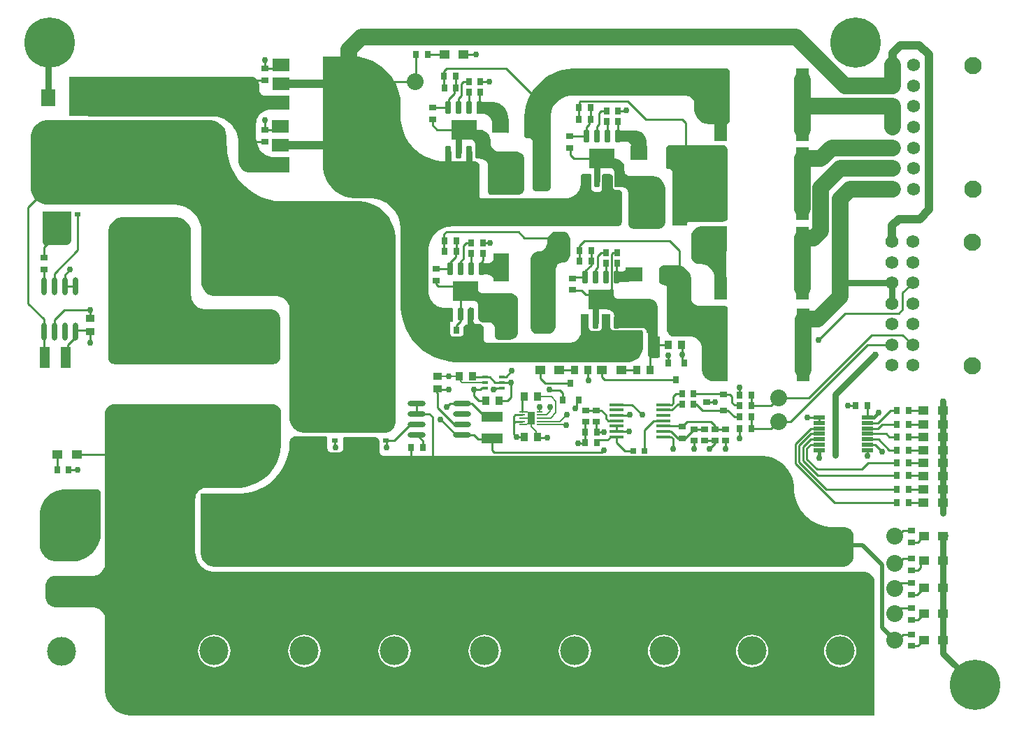
<source format=gtl>
G04*
G04 #@! TF.GenerationSoftware,Altium Limited,Altium Designer,19.1.7 (138)*
G04*
G04 Layer_Physical_Order=1*
G04 Layer_Color=255*
%FSLAX25Y25*%
%MOIN*%
G70*
G01*
G75*
%ADD14C,0.01000*%
%ADD18C,0.00800*%
%ADD20C,0.03000*%
%ADD21R,0.03543X0.02756*%
%ADD22R,0.07874X0.05906*%
%ADD23R,0.07874X0.14961*%
%ADD25R,0.03740X0.06693*%
%ADD26R,0.02756X0.03543*%
G04:AMPARAMS|DCode=27|XSize=23.62mil|YSize=57.09mil|CornerRadius=2.01mil|HoleSize=0mil|Usage=FLASHONLY|Rotation=0.000|XOffset=0mil|YOffset=0mil|HoleType=Round|Shape=RoundedRectangle|*
%AMROUNDEDRECTD27*
21,1,0.02362,0.05307,0,0,0.0*
21,1,0.01961,0.05709,0,0,0.0*
1,1,0.00402,0.00980,-0.02653*
1,1,0.00402,-0.00980,-0.02653*
1,1,0.00402,-0.00980,0.02653*
1,1,0.00402,0.00980,0.02653*
%
%ADD27ROUNDEDRECTD27*%
G04:AMPARAMS|DCode=28|XSize=94.49mil|YSize=122.05mil|CornerRadius=1.89mil|HoleSize=0mil|Usage=FLASHONLY|Rotation=270.000|XOffset=0mil|YOffset=0mil|HoleType=Round|Shape=RoundedRectangle|*
%AMROUNDEDRECTD28*
21,1,0.09449,0.11827,0,0,270.0*
21,1,0.09071,0.12205,0,0,270.0*
1,1,0.00378,-0.05913,-0.04535*
1,1,0.00378,-0.05913,0.04535*
1,1,0.00378,0.05913,0.04535*
1,1,0.00378,0.05913,-0.04535*
%
%ADD28ROUNDEDRECTD28*%
%ADD29R,0.04921X0.04331*%
%ADD30R,0.05512X0.05472*%
%ADD31R,0.19134X0.13228*%
%ADD32R,0.04724X0.10236*%
%ADD33R,0.03937X0.03543*%
%ADD34O,0.02756X0.08661*%
G04:AMPARAMS|DCode=35|XSize=15.75mil|YSize=25.59mil|CornerRadius=1.97mil|HoleSize=0mil|Usage=FLASHONLY|Rotation=90.000|XOffset=0mil|YOffset=0mil|HoleType=Round|Shape=RoundedRectangle|*
%AMROUNDEDRECTD35*
21,1,0.01575,0.02165,0,0,90.0*
21,1,0.01181,0.02559,0,0,90.0*
1,1,0.00394,0.01083,0.00591*
1,1,0.00394,0.01083,-0.00591*
1,1,0.00394,-0.01083,-0.00591*
1,1,0.00394,-0.01083,0.00591*
%
%ADD35ROUNDEDRECTD35*%
%ADD36R,0.07284X0.13386*%
%ADD37R,0.03543X0.03937*%
%ADD38R,0.03150X0.03543*%
%ADD39R,0.06600X0.01400*%
%ADD40R,0.06200X0.11100*%
%ADD41R,0.07874X0.07087*%
G04:AMPARAMS|DCode=42|XSize=17.72mil|YSize=55.12mil|CornerRadius=1.95mil|HoleSize=0mil|Usage=FLASHONLY|Rotation=90.000|XOffset=0mil|YOffset=0mil|HoleType=Round|Shape=RoundedRectangle|*
%AMROUNDEDRECTD42*
21,1,0.01772,0.05122,0,0,90.0*
21,1,0.01382,0.05512,0,0,90.0*
1,1,0.00390,0.02561,0.00691*
1,1,0.00390,0.02561,-0.00691*
1,1,0.00390,-0.02561,-0.00691*
1,1,0.00390,-0.02561,0.00691*
%
%ADD42ROUNDEDRECTD42*%
%ADD43R,0.10236X0.04724*%
%ADD44O,0.08661X0.02756*%
%ADD45R,0.06693X0.03740*%
%ADD46R,0.13228X0.19134*%
%ADD47R,0.05472X0.05512*%
%ADD48R,0.07087X0.08268*%
%ADD49R,0.03543X0.03150*%
%ADD50R,0.02559X0.02756*%
%ADD51R,0.34449X0.20472*%
%ADD70R,0.02756X0.00906*%
%ADD90R,0.02559X0.02480*%
%ADD91R,0.03600X0.05900*%
%ADD92C,0.04000*%
%ADD93C,0.08000*%
%ADD94C,0.02000*%
%ADD95C,0.01700*%
%ADD96C,0.37402*%
%ADD97C,0.13780*%
%ADD98C,0.11024*%
%ADD99C,0.08000*%
%ADD100C,0.06142*%
%ADD101C,0.08268*%
%ADD102C,0.24016*%
%ADD103C,0.02000*%
%ADD104C,0.03000*%
%ADD105C,0.03200*%
G36*
X399500Y412000D02*
X399749Y412000D01*
X400208Y411810D01*
X400560Y411458D01*
X400750Y410999D01*
Y410750D01*
X400750Y386930D01*
X400750Y386929D01*
Y386595D01*
X400494Y385978D01*
X400022Y385506D01*
X399405Y385250D01*
X399070D01*
X391750Y385250D01*
X390974Y385250D01*
X389453Y385553D01*
X388019Y386146D01*
X386729Y387008D01*
X385632Y388106D01*
X384770Y389395D01*
X384176Y390829D01*
X383874Y392351D01*
Y393126D01*
X383874Y395093D01*
X383874Y395093D01*
X383855Y395476D01*
X383705Y396228D01*
X383412Y396935D01*
X382987Y397572D01*
X382445Y398113D01*
X381809Y398539D01*
X381101Y398832D01*
X380350Y398981D01*
X379967Y399000D01*
X325754D01*
X325754Y399000D01*
X324740Y398950D01*
X322750Y398554D01*
X320875Y397778D01*
X319188Y396650D01*
X317753Y395215D01*
X316625Y393528D01*
X315849Y391653D01*
X315453Y389663D01*
X315403Y388649D01*
X315403Y355586D01*
X315403Y355586D01*
X315403Y355117D01*
X315044Y354251D01*
X314381Y353587D01*
X313514Y353228D01*
X313045Y353228D01*
X308817Y353228D01*
X308817D01*
X308405Y353228D01*
X307644Y353544D01*
X307061Y354126D01*
X306746Y354887D01*
X306746Y355299D01*
Y377058D01*
X306746Y377058D01*
X306717Y377356D01*
X306489Y377907D01*
X306067Y378329D01*
X305517Y378557D01*
X305218Y378586D01*
X304500Y378586D01*
X304500D01*
X304192Y378586D01*
X303623Y378822D01*
X303188Y379257D01*
X302952Y379826D01*
X302952Y380134D01*
Y387965D01*
X302952Y389146D01*
X303183Y391496D01*
X303644Y393812D01*
X304330Y396072D01*
X305233Y398254D01*
X306347Y400337D01*
X307659Y402300D01*
X309157Y404125D01*
X310826Y405795D01*
X312652Y407294D01*
X314616Y408605D01*
X316698Y409719D01*
X318880Y410622D01*
X321140Y411308D01*
X323456Y411768D01*
X325806Y412000D01*
X326987Y412000D01*
X399500Y412000D01*
X399500Y412000D01*
D02*
G37*
G36*
X172488Y408000D02*
X172877Y408000D01*
X173640Y407849D01*
X174359Y407551D01*
X175006Y407119D01*
X175556Y406568D01*
X175988Y405922D01*
X176286Y405203D01*
X176438Y404440D01*
X176438Y404051D01*
X176438Y401904D01*
Y401904D01*
X176452Y401619D01*
X176563Y401061D01*
X176781Y400535D01*
X177097Y400062D01*
X177499Y399659D01*
X177973Y399343D01*
X178499Y399125D01*
X179057Y399014D01*
X179342Y399000D01*
X190963Y399000D01*
X191006Y392216D01*
X181663Y392254D01*
X181663Y392254D01*
X181010Y392225D01*
X179730Y391975D01*
X178524Y391479D01*
X177438Y390758D01*
X176514Y389837D01*
X175787Y388754D01*
X175287Y387550D01*
X175032Y386271D01*
X175000Y385619D01*
X175000Y378411D01*
X175000Y378411D01*
X175042Y377549D01*
X175378Y375857D01*
X176038Y374263D01*
X176995Y372828D01*
X178214Y371607D01*
X179647Y370647D01*
X181239Y369984D01*
X182931Y369644D01*
X183793Y369601D01*
X191005Y369586D01*
X190960Y362419D01*
X171353D01*
X170317Y362624D01*
X169340Y363026D01*
X168460Y363610D01*
X167710Y364354D01*
X167118Y365229D01*
X166708Y366202D01*
X166494Y367237D01*
X166489Y367765D01*
X166410Y377063D01*
X166410Y377063D01*
X166377Y377853D01*
X166159Y379418D01*
X165739Y380941D01*
X165125Y382397D01*
X164328Y383761D01*
X163359Y385010D01*
X162237Y386122D01*
X160980Y387080D01*
X159610Y387866D01*
X158149Y388467D01*
X156622Y388874D01*
X155055Y389079D01*
X154265Y389105D01*
X94750Y389105D01*
Y408000D01*
X160682Y408000D01*
X172488Y408000D01*
X172488Y408000D01*
D02*
G37*
G36*
X155150Y386933D02*
X156653Y386310D01*
X158006Y385406D01*
X159156Y384256D01*
X160060Y382903D01*
X160682Y381400D01*
X161000Y379804D01*
X161000Y378991D01*
X161000Y378991D01*
X161000Y375500D01*
X161032Y374177D01*
X161292Y371543D01*
X161808Y368947D01*
X162576Y366415D01*
X163589Y363969D01*
X164837Y361635D01*
X166307Y359435D01*
X167986Y357389D01*
X169857Y355518D01*
X171903Y353839D01*
X174104Y352368D01*
X176438Y351121D01*
X178883Y350108D01*
X181415Y349340D01*
X184011Y348823D01*
X186645Y348564D01*
X187968Y348532D01*
X187969Y348532D01*
X223468Y348532D01*
X224650Y348532D01*
X226994Y348223D01*
X229277Y347611D01*
X231461Y346707D01*
X233508Y345525D01*
X235383Y344086D01*
X237055Y342415D01*
X238493Y340539D01*
X239675Y338492D01*
X240580Y336309D01*
X241192Y334025D01*
X241500Y331682D01*
X241500Y330500D01*
X241500Y330500D01*
X241500Y243331D01*
X241500Y242806D01*
X241295Y241776D01*
X240894Y240806D01*
X240310Y239932D01*
X239567Y239190D01*
X238694Y238607D01*
X237724Y238205D01*
X236694Y238000D01*
X236169Y238000D01*
X236169D01*
X216652Y238000D01*
X198184Y238000D01*
X197477Y238000D01*
X196089Y238276D01*
X194781Y238818D01*
X193605Y239604D01*
X192604Y240604D01*
X191818Y241781D01*
X191276Y243089D01*
X191000Y244477D01*
X191000Y245184D01*
Y245184D01*
X191000Y296500D01*
X190967Y297180D01*
X190701Y298515D01*
X190181Y299772D01*
X189425Y300903D01*
X188462Y301866D01*
X187331Y302622D01*
X186074Y303142D01*
X184739Y303408D01*
X184059Y303441D01*
X184059Y303441D01*
X155234Y303441D01*
X154620Y303441D01*
X153416Y303680D01*
X152281Y304150D01*
X151260Y304833D01*
X150392Y305701D01*
X149709Y306722D01*
X149240Y307857D01*
X149000Y309061D01*
X149000Y309675D01*
Y309675D01*
X149000Y333683D01*
X148971Y334554D01*
X148744Y336281D01*
X148293Y337963D01*
X147627Y339573D01*
X146756Y341081D01*
X145695Y342463D01*
X144464Y343695D01*
X143082Y344755D01*
X141573Y345626D01*
X139964Y346293D01*
X138281Y346744D01*
X136554Y346971D01*
X135683Y347000D01*
X135683Y347000D01*
X75497Y347003D01*
X74710Y347003D01*
X73885Y347166D01*
X73721D01*
Y347199D01*
X73164Y347310D01*
X71709Y347913D01*
X70399Y348788D01*
X69285Y349902D01*
X68410Y351212D01*
X67807Y352667D01*
X67500Y354212D01*
X67500Y355000D01*
Y355000D01*
X67500Y379000D01*
X67500Y379813D01*
X67817Y381406D01*
X68439Y382908D01*
X69342Y384259D01*
X70491Y385408D01*
X71842Y386311D01*
X73343Y386933D01*
X74937Y387250D01*
X75750Y387250D01*
Y387250D01*
X152741Y387250D01*
X153554Y387250D01*
X155150Y386933D01*
D02*
G37*
G36*
X287354Y396072D02*
X288116Y396072D01*
X289610Y395775D01*
X291018Y395192D01*
X292285Y394345D01*
X293362Y393268D01*
X294208Y392001D01*
X294791Y390594D01*
X295089Y389100D01*
X295089Y388338D01*
X295089Y388338D01*
X295089Y381087D01*
X287500Y385250D01*
X287500Y386164D01*
X287480Y386572D01*
X287321Y387371D01*
X287009Y388124D01*
X286556Y388801D01*
X285980Y389377D01*
X285303Y389830D01*
X284550Y390142D01*
X283751Y390301D01*
X283343Y390321D01*
X283343Y390321D01*
X280028Y390321D01*
Y396072D01*
X287354Y396072D01*
D02*
G37*
G36*
X398937Y374877D02*
X399627Y374187D01*
X400000Y373286D01*
X400000Y372798D01*
X400000Y341400D01*
X400000Y341400D01*
X400000Y341139D01*
X399898Y340627D01*
X399698Y340145D01*
X399408Y339711D01*
X399039Y339342D01*
X398605Y339052D01*
X398123Y338853D01*
X397611Y338751D01*
X397350D01*
X381186Y338751D01*
X381186Y338751D01*
X381042Y338737D01*
X380777Y338627D01*
X380574Y338423D01*
X380464Y338158D01*
X380450Y338015D01*
Y336958D01*
X373617D01*
X373617Y362484D01*
X373617Y362484D01*
X373586Y362795D01*
X373348Y363368D01*
X372909Y363808D01*
X372336Y364045D01*
X372025Y364076D01*
X371453Y364076D01*
X371453Y364076D01*
X371264D01*
X370913Y364221D01*
X370645Y364489D01*
X370500Y364840D01*
X370500Y365029D01*
Y373576D01*
X370500Y373576D01*
X370500Y373909D01*
X370755Y374524D01*
X371226Y374995D01*
X371841Y375250D01*
X372174Y375250D01*
X397548Y375250D01*
X397548Y375250D01*
X398036Y375250D01*
X398937Y374877D01*
D02*
G37*
G36*
X355969Y382356D02*
X355969Y382356D01*
X356476Y382356D01*
X357469Y382158D01*
X358405Y381771D01*
X359247Y381208D01*
X359963Y380492D01*
X360526Y379650D01*
X360913Y378714D01*
X361111Y377721D01*
Y377214D01*
Y368228D01*
X353883D01*
X353883Y374833D01*
X353883D01*
X353841Y375256D01*
X353518Y376037D01*
X352920Y376635D01*
X352139Y376958D01*
X351716Y377000D01*
X347250Y377000D01*
X347500Y382356D01*
X355969Y382356D01*
D02*
G37*
G36*
X281569Y382750D02*
X282078Y382750D01*
X283078Y382551D01*
X284019Y382161D01*
X284867Y381595D01*
X285587Y380874D01*
X286153Y380027D01*
X286543Y379086D01*
X286742Y378086D01*
Y377577D01*
X286742Y376620D01*
X286742Y376619D01*
X286763Y376190D01*
X286930Y375349D01*
X287259Y374557D01*
X287735Y373844D01*
X288342Y373238D01*
X289055Y372761D01*
X289847Y372433D01*
X290688Y372266D01*
X291117Y372245D01*
X299060D01*
X299060Y372245D01*
X299444Y372245D01*
X300195Y372095D01*
X300904Y371802D01*
X301541Y371376D01*
X302083Y370834D01*
X302509Y370197D01*
X302802Y369488D01*
X302952Y368736D01*
X302952Y368353D01*
X302952Y354805D01*
X302952Y354805D01*
X302952Y354479D01*
X302825Y353841D01*
X302576Y353239D01*
X302214Y352698D01*
X301754Y352238D01*
X301213Y351876D01*
X300611Y351627D01*
X299973Y351500D01*
X299647Y351500D01*
X287437D01*
X287437Y351500D01*
X287055Y351500D01*
X286350Y351792D01*
X285810Y352332D01*
X285518Y353037D01*
X285518Y353418D01*
X285518Y365272D01*
X285518Y365271D01*
X285501Y365622D01*
X285364Y366309D01*
X285096Y366956D01*
X284707Y367538D01*
X284212Y368034D01*
X283630Y368423D01*
X282983Y368691D01*
X282296Y368827D01*
X281945Y368845D01*
X280906Y368845D01*
X280905D01*
X280662Y368845D01*
X280212Y369031D01*
X279868Y369375D01*
X279681Y369825D01*
X279681Y370069D01*
Y375571D01*
X279681Y375571D01*
X279634Y376052D01*
X279266Y376940D01*
X278586Y377620D01*
X277698Y377988D01*
X277217Y378036D01*
X276416Y378036D01*
Y382750D01*
X281569D01*
X281569Y382750D01*
D02*
G37*
G36*
X138725Y340714D02*
X140080Y340152D01*
X141300Y339337D01*
X142337Y338300D01*
X143152Y337080D01*
X143714Y335725D01*
X144000Y334286D01*
X144000Y333553D01*
X144000Y333553D01*
X144000Y303800D01*
X144033Y303133D01*
X144293Y301826D01*
X144803Y300594D01*
X145543Y299486D01*
X146486Y298544D01*
X147594Y297803D01*
X148826Y297293D01*
X150133Y297033D01*
X150800Y297000D01*
X150800Y297000D01*
X182097Y297000D01*
X182531Y297000D01*
X183381Y296831D01*
X184183Y296499D01*
X184904Y296017D01*
X185517Y295404D01*
X185999Y294683D01*
X186331Y293881D01*
X186500Y293031D01*
X186500Y292597D01*
X186500Y292597D01*
X186500Y274357D01*
X186500Y273999D01*
X186360Y273296D01*
X186086Y272635D01*
X185688Y272039D01*
X185182Y271532D01*
X184586Y271134D01*
X183924Y270860D01*
X183222Y270721D01*
X182863Y270721D01*
X182863D01*
X107780Y270721D01*
X107457D01*
X106823Y270847D01*
X106226Y271094D01*
X105689Y271453D01*
X105232Y271909D01*
X104873Y272447D01*
X104626Y273043D01*
X104500Y273677D01*
Y274000D01*
X104500D01*
Y334000D01*
Y334689D01*
X104769Y336042D01*
X105297Y337316D01*
X106063Y338462D01*
X107038Y339437D01*
X108184Y340203D01*
X109458Y340731D01*
X110810Y341000D01*
X111500D01*
X111500Y341000D01*
X124000Y341000D01*
X136553Y341000D01*
X137286Y341000D01*
X138725Y340714D01*
D02*
G37*
G36*
X220548Y417750D02*
Y417750D01*
X221699Y417750D01*
X223989Y417524D01*
X226246Y417075D01*
X228448Y416407D01*
X230574Y415527D01*
X232603Y414442D01*
X234517Y413164D01*
X236296Y411704D01*
X237923Y410077D01*
X239383Y408298D01*
X240661Y406385D01*
X241746Y404355D01*
X242626Y402229D01*
X243294Y400027D01*
X243743Y397771D01*
X243969Y395480D01*
X243969Y394330D01*
X243969Y388599D01*
Y388599D01*
X244013Y387236D01*
X244369Y384532D01*
X245075Y381897D01*
X246119Y379378D01*
X247482Y377016D01*
X249143Y374852D01*
X251071Y372924D01*
X253235Y371264D01*
X255597Y369900D01*
X258116Y368856D01*
X260751Y368151D01*
X263454Y367795D01*
X264818Y367750D01*
X279218Y367750D01*
X279218Y367750D01*
X279666Y367750D01*
X280493Y367408D01*
X281127Y366775D01*
X281469Y365947D01*
X281469Y365499D01*
X281469Y351099D01*
Y351099D01*
X281490Y350885D01*
X281654Y350488D01*
X281957Y350185D01*
X282354Y350021D01*
X282568Y350000D01*
X322563Y350000D01*
X322563D01*
X323289Y350036D01*
X324713Y350318D01*
X326054Y350874D01*
X327262Y351680D01*
X328288Y352707D01*
X329095Y353914D01*
X329650Y355256D01*
X329933Y356680D01*
X329969Y357406D01*
X329969Y360500D01*
D01*
Y360500D01*
Y360500D01*
X329968Y360749D01*
X330158Y361209D01*
X330510Y361560D01*
X330970Y361750D01*
X331219Y361750D01*
X333672Y361750D01*
X333671Y361750D01*
X333920Y361750D01*
X334380Y361560D01*
X334732Y361208D01*
X334922Y360749D01*
X334922Y360500D01*
X334922Y354797D01*
Y354797D01*
X334956Y354447D01*
X335224Y353799D01*
X335720Y353303D01*
X336368Y353034D01*
X336719Y353000D01*
X338468Y353000D01*
X338761Y353028D01*
X339302Y353252D01*
X339717Y353667D01*
X339940Y354208D01*
X339969Y354501D01*
X339969Y360680D01*
D01*
Y360680D01*
Y360680D01*
X339968Y360893D01*
X340131Y361287D01*
X340432Y361588D01*
X340826Y361750D01*
X341038Y361750D01*
X343345Y361750D01*
X343345Y361750D01*
X343679Y361750D01*
X344297Y361495D01*
X344769Y361022D01*
X345025Y360404D01*
X345025Y360070D01*
X345025Y355625D01*
Y355625D01*
X345056Y355308D01*
X345298Y354722D01*
X345747Y354274D01*
X346332Y354031D01*
X346649Y354000D01*
X348219Y354000D01*
X348219Y354000D01*
X348467Y354000D01*
X348927Y353810D01*
X349279Y353458D01*
X349469Y352999D01*
X349469Y352750D01*
X349469Y350000D01*
X349469Y339000D01*
X349469Y339000D01*
X349469Y338503D01*
X349088Y337584D01*
X348385Y336881D01*
X347466Y336500D01*
X346969Y336500D01*
X268245Y336500D01*
X268245Y336500D01*
X267524Y336476D01*
X266095Y336288D01*
X264702Y335915D01*
X263370Y335364D01*
X262122Y334643D01*
X260979Y333765D01*
X259959Y332746D01*
X259082Y331603D01*
X258361Y330354D01*
X257809Y329022D01*
X257436Y327630D01*
X257248Y326201D01*
X257225Y325480D01*
X257225Y305516D01*
Y305516D01*
X257263Y304730D01*
X257570Y303189D01*
X258171Y301737D01*
X259044Y300430D01*
X260155Y299319D01*
X261462Y298446D01*
X262914Y297845D01*
X264455Y297538D01*
X265241Y297500D01*
X267875Y297500D01*
X267875Y297500D01*
X268092Y297501D01*
X268495Y297335D01*
X268803Y297026D01*
X268969Y296624D01*
X268969Y296406D01*
X268969Y292000D01*
X268969Y292000D01*
X268969Y291801D01*
X268817Y291434D01*
X268535Y291152D01*
X268168Y291000D01*
X267969Y291000D01*
Y291000D01*
X267871Y290990D01*
X267691Y290916D01*
X267553Y290778D01*
X267478Y290598D01*
X267469Y290500D01*
Y285500D01*
X267469Y285500D01*
X267497Y285207D01*
X267721Y284666D01*
X268135Y284252D01*
X268676Y284029D01*
X268969Y284000D01*
X272319D01*
X272319Y284000D01*
X272641Y284031D01*
X273237Y284276D01*
X273692Y284732D01*
X273938Y285327D01*
X273969Y285650D01*
X273969Y288256D01*
D01*
Y288256D01*
Y288256D01*
X273968Y288506D01*
X274158Y288969D01*
X274512Y289322D01*
X274975Y289513D01*
X275225Y289512D01*
Y289512D01*
X275350Y289523D01*
X275581Y289618D01*
X275757Y289794D01*
X275851Y290025D01*
X275863Y290150D01*
X275863Y296574D01*
X275862Y296828D01*
X276055Y297297D01*
X276414Y297656D01*
X276883Y297849D01*
X277136Y297848D01*
X277401Y297848D01*
X277892Y297646D01*
X278267Y297270D01*
X278469Y296780D01*
X278469Y296515D01*
X278469Y291500D01*
Y291500D01*
X278497Y291207D01*
X278721Y290666D01*
X279135Y290252D01*
X279676Y290029D01*
X279969Y290000D01*
X281469Y290000D01*
X281469Y290000D01*
X281867Y290001D01*
X282603Y289697D01*
X283165Y289134D01*
X283469Y288398D01*
X283469Y288000D01*
X283469Y282544D01*
Y282544D01*
X283499Y282238D01*
X283733Y281673D01*
X284165Y281240D01*
X284731Y281006D01*
X285036Y280976D01*
X324445D01*
X324987Y281003D01*
X326049Y281213D01*
X327050Y281627D01*
X327951Y282229D01*
X328716Y282995D01*
X329318Y283895D01*
X329732Y284896D01*
X329943Y285958D01*
X329969Y286500D01*
X329969Y294500D01*
X333469D01*
X333469Y288575D01*
Y288575D01*
X333505Y288206D01*
X333787Y287525D01*
X334308Y287003D01*
X334990Y286721D01*
X335359Y286685D01*
X338154D01*
X338154Y286685D01*
X338508Y286719D01*
X339163Y286989D01*
X339664Y287491D01*
X339935Y288146D01*
X339969Y288500D01*
X339969Y294500D01*
X343799D01*
X343799Y288769D01*
Y288769D01*
X343833Y288423D01*
X344097Y287786D01*
X344585Y287298D01*
X345223Y287034D01*
X345568Y287000D01*
X358469Y287000D01*
X358469Y287000D01*
X358668Y287001D01*
X359036Y286849D01*
X359317Y286567D01*
X359469Y286199D01*
X359469Y286000D01*
X359469Y279043D01*
X359469Y279043D01*
Y278325D01*
X359189Y276916D01*
X358639Y275589D01*
X357840Y274394D01*
X356825Y273378D01*
X355630Y272580D01*
X354303Y272030D01*
X352894Y271750D01*
X352175Y271750D01*
X271355Y271750D01*
X271355D01*
X270009Y271750D01*
X267332Y272014D01*
X264692Y272539D01*
X262118Y273320D01*
X259631Y274349D01*
X257258Y275618D01*
X255021Y277113D01*
X252941Y278820D01*
X251038Y280722D01*
X249331Y282802D01*
X247836Y285040D01*
X246568Y287413D01*
X245538Y289899D01*
X244757Y292474D01*
X244233Y295113D01*
X243969Y297791D01*
X243969Y299136D01*
X243969Y335251D01*
X243969Y335251D01*
X243937Y336215D01*
X243686Y338128D01*
X243187Y339992D01*
X242448Y341775D01*
X241484Y343446D01*
X240309Y344976D01*
X238945Y346341D01*
X237414Y347515D01*
X235743Y348480D01*
X233961Y349218D01*
X232097Y349717D01*
X230184Y349969D01*
X229220Y350000D01*
X222437Y350000D01*
X222437D01*
X221425Y350000D01*
X219419Y350264D01*
X217464Y350788D01*
X215595Y351562D01*
X213842Y352574D01*
X212237Y353806D01*
X210806Y355237D01*
X209574Y356842D01*
X208562Y358595D01*
X207788Y360464D01*
X207264Y362419D01*
X207000Y364425D01*
X207000Y365437D01*
X207000Y380431D01*
Y386572D01*
X207000Y409250D01*
X207000Y417750D01*
X220548Y417750D01*
D02*
G37*
G36*
X399350Y312228D02*
X393500Y312228D01*
X393500Y312228D01*
X393465Y312894D01*
X393189Y314196D01*
X392647Y315412D01*
X391865Y316490D01*
X390876Y317381D01*
X389724Y318047D01*
X388458Y318460D01*
X387134Y318600D01*
X386468Y318566D01*
X386077Y318566D01*
X385311Y318718D01*
X384589Y319017D01*
X383939Y319451D01*
X383386Y320004D01*
X382951Y320654D01*
X382652Y321376D01*
X382500Y322143D01*
X382500Y322534D01*
Y331810D01*
X382500Y331810D01*
X382500Y332272D01*
X382680Y333178D01*
X383034Y334031D01*
X383547Y334800D01*
X384200Y335453D01*
X384968Y335966D01*
X385822Y336320D01*
X386728Y336500D01*
X387190Y336500D01*
X399500Y336500D01*
X399350Y312228D01*
D02*
G37*
G36*
X346169Y369000D02*
X346169Y369000D01*
X346607Y369000D01*
X347465Y368829D01*
X348273Y368494D01*
X349001Y368008D01*
X349619Y367390D01*
X350106Y366662D01*
X350440Y365854D01*
X350611Y364996D01*
Y364558D01*
X350611Y363517D01*
X350611Y363517D01*
X350625Y363233D01*
X350736Y362677D01*
X350953Y362153D01*
X351268Y361682D01*
X351669Y361281D01*
X352140Y360966D01*
X352664Y360749D01*
X353220Y360638D01*
X353504Y360624D01*
X363671D01*
X363671Y360624D01*
X364300Y360624D01*
X365535Y360379D01*
X366699Y359897D01*
X367746Y359197D01*
X368636Y358307D01*
X369335Y357260D01*
X369817Y356097D01*
X370063Y354862D01*
Y354232D01*
X370063Y338666D01*
X370063Y338666D01*
X370063Y338349D01*
X369939Y337729D01*
X369697Y337144D01*
X369346Y336618D01*
X368898Y336170D01*
X368372Y335819D01*
X367787Y335576D01*
X367167Y335453D01*
X366850Y335453D01*
X355237Y335453D01*
X355237Y335453D01*
X354956Y335453D01*
X354403Y335563D01*
X353883Y335778D01*
X353415Y336091D01*
X353016Y336490D01*
X352703Y336958D01*
X352488Y337478D01*
X352378Y338031D01*
X352378Y338312D01*
X352378Y352507D01*
X352378Y352507D01*
X352365Y352776D01*
X352260Y353303D01*
X352054Y353800D01*
X351755Y354247D01*
X351375Y354627D01*
X350928Y354926D01*
X350431Y355132D01*
X349904Y355237D01*
X349635Y355250D01*
X346614Y355250D01*
X346473D01*
X346213Y355358D01*
X346014Y355557D01*
X345907Y355817D01*
X345907Y355957D01*
X345907Y361494D01*
X345907Y362393D01*
X345907Y362393D01*
X345871Y362755D01*
X345594Y363425D01*
X345082Y363937D01*
X344412Y364214D01*
X344050Y364250D01*
X343543Y364250D01*
Y369000D01*
X346169Y369000D01*
D02*
G37*
G36*
X320968Y334032D02*
X321340Y334032D01*
X322070Y333887D01*
X322758Y333602D01*
X323377Y333188D01*
X323903Y332662D01*
X324317Y332043D01*
X324602Y331355D01*
X324747Y330625D01*
X324747Y330253D01*
X324747Y323004D01*
X324747Y323004D01*
Y322638D01*
X324604Y321920D01*
X324324Y321244D01*
X323918Y320635D01*
X323400Y320117D01*
X322791Y319711D01*
X322115Y319431D01*
X321397Y319288D01*
X321031D01*
X321031Y319288D01*
X320734Y319273D01*
X320151Y319157D01*
X319602Y318930D01*
X319108Y318600D01*
X318688Y318180D01*
X318358Y317686D01*
X318130Y317137D01*
X318015Y316554D01*
X318000Y316257D01*
X318000Y289644D01*
X318000Y289644D01*
Y289219D01*
X317834Y288385D01*
X317509Y287599D01*
X317036Y286893D01*
X316435Y286291D01*
X315728Y285819D01*
X314943Y285494D01*
X314109Y285328D01*
X310671D01*
X308849Y285367D01*
X308849D01*
X308567Y285373D01*
X308014Y285493D01*
X307495Y285718D01*
X307029Y286039D01*
X306633Y286443D01*
X306323Y286916D01*
X306109Y287440D01*
X306000Y287995D01*
X306000Y288278D01*
X306000Y321158D01*
Y321487D01*
X306128Y322133D01*
X306380Y322741D01*
X306746Y323288D01*
X307212Y323754D01*
X307759Y324120D01*
X308367Y324372D01*
X309013Y324500D01*
X309342D01*
X309342Y324500D01*
X309775Y324521D01*
X310624Y324690D01*
X311424Y325021D01*
X312144Y325501D01*
X312757Y326113D01*
X313238Y326832D01*
X313571Y327631D01*
X313741Y328480D01*
X313763Y328913D01*
X313764Y329527D01*
X313764Y329527D01*
X313765Y329971D01*
X313939Y330841D01*
X314280Y331662D01*
X314774Y332399D01*
X315403Y333027D01*
X316142Y333520D01*
X316962Y333859D01*
X317833Y334032D01*
X318277Y334032D01*
X320968Y334032D01*
X320968Y334032D01*
D02*
G37*
G36*
X87000Y330554D02*
X87000Y330554D01*
X87000Y330253D01*
X86883Y329663D01*
X86652Y329107D01*
X86318Y328607D01*
X85893Y328182D01*
X85392Y327848D01*
X84837Y327617D01*
X84246Y327500D01*
X83946Y327500D01*
X75251Y327500D01*
X75251Y327500D01*
X74871Y327500D01*
X74170Y327790D01*
X73634Y328327D01*
X73343Y329028D01*
Y329407D01*
X73343Y343750D01*
X87000D01*
X87000Y330554D01*
D02*
G37*
G36*
X292000Y310500D02*
X288475D01*
X288475Y310500D01*
X288460Y310794D01*
X288346Y311371D01*
X288121Y311914D01*
X287794Y312403D01*
X287378Y312819D01*
X286889Y313146D01*
X286346Y313371D01*
X285769Y313486D01*
X285475Y313500D01*
X282414Y313500D01*
X282394Y319000D01*
X285197Y319000D01*
D01*
X285197D01*
X285197D01*
X285518Y319016D01*
X286149Y319141D01*
X286742Y319387D01*
X287277Y319744D01*
X287731Y320198D01*
X288088Y320733D01*
X288334Y321326D01*
X288459Y321956D01*
X288475Y322278D01*
X292000Y322278D01*
Y310500D01*
D02*
G37*
G36*
X375500Y318000D02*
X376189Y318000D01*
X377542Y317731D01*
X378816Y317203D01*
X379962Y316437D01*
X380937Y315462D01*
X381703Y314316D01*
X382231Y313042D01*
X382500Y311689D01*
X382500Y311000D01*
X382500Y311000D01*
X382500Y302733D01*
X382520Y302318D01*
X382682Y301504D01*
X383000Y300738D01*
X383461Y300048D01*
X384048Y299461D01*
X384738Y299000D01*
X385504Y298682D01*
X386318Y298520D01*
X386733Y298500D01*
X386733D01*
X398500Y298500D01*
X398798Y298500D01*
X399350Y298272D01*
X399772Y297850D01*
X400000Y297298D01*
X400000Y297000D01*
X400000Y297000D01*
X400000Y264500D01*
Y264102D01*
X399695Y263367D01*
X399133Y262805D01*
X398398Y262500D01*
X398000Y262500D01*
X393500D01*
X392909Y262500D01*
X391750Y262731D01*
X390658Y263183D01*
X389675Y263840D01*
X388840Y264675D01*
X388183Y265658D01*
X387731Y266750D01*
X387500Y267909D01*
X387500Y268500D01*
Y268500D01*
X387500Y278730D01*
X387475Y279237D01*
X387278Y280230D01*
X386890Y281165D01*
X386327Y282007D01*
X385611Y282723D01*
X384769Y283286D01*
X383834Y283674D01*
X382840Y283871D01*
X382334Y283896D01*
X382334Y283896D01*
X374251Y283896D01*
X373931Y283896D01*
X373303Y284021D01*
X372711Y284266D01*
X372179Y284622D01*
X371726Y285075D01*
X371370Y285607D01*
X371125Y286199D01*
X371000Y286827D01*
Y287147D01*
Y287147D01*
X371000Y307000D01*
X370971Y307293D01*
X370747Y307833D01*
X370333Y308247D01*
X369793Y308471D01*
X369500Y308500D01*
X369500Y308500D01*
X369049D01*
X368216Y308845D01*
X367578Y309483D01*
X367233Y310316D01*
Y310767D01*
Y310767D01*
X367233Y315733D01*
Y316184D01*
X367579Y317017D01*
X368216Y317655D01*
X369049Y318000D01*
X369500Y318000D01*
X369500Y318000D01*
X375500Y318000D01*
D02*
G37*
G36*
X353000Y309899D02*
X347000D01*
Y315000D01*
X349500Y315000D01*
X349890Y315038D01*
X350611Y315337D01*
X351163Y315889D01*
X351462Y316610D01*
X351500Y317000D01*
X351500Y317000D01*
X353000Y317000D01*
Y309899D01*
D02*
G37*
G36*
X280882Y306516D02*
X280882Y306516D01*
X280921Y306122D01*
X281222Y305396D01*
X281778Y304840D01*
X282505Y304539D01*
X282898Y304500D01*
X296382Y304500D01*
X296382Y304500D01*
X296738Y304500D01*
X297437Y304361D01*
X298096Y304088D01*
X298688Y303692D01*
X299192Y303188D01*
X299588Y302596D01*
X299861Y301938D01*
X300000Y301239D01*
Y300882D01*
X300000Y286655D01*
X299999Y286654D01*
X299999Y286234D01*
X299836Y285411D01*
X299514Y284635D01*
X299048Y283937D01*
X298454Y283343D01*
X297756Y282876D01*
X296980Y282555D01*
X296156Y282391D01*
X295736D01*
X291104Y282391D01*
X291104D01*
X290686Y282391D01*
X289912Y282712D01*
X289320Y283304D01*
X289000Y284077D01*
X289000Y284496D01*
X289000Y287644D01*
X289000D01*
X288985Y287942D01*
X288869Y288528D01*
X288641Y289079D01*
X288309Y289575D01*
X287887Y289997D01*
X287391Y290328D01*
X286840Y290557D01*
X286255Y290673D01*
X285956Y290688D01*
X283613Y290688D01*
X283613D01*
X283344Y290688D01*
X282817Y290793D01*
X282320Y290999D01*
X281872Y291297D01*
X281492Y291678D01*
X281193Y292125D01*
X280987Y292622D01*
X280882Y293150D01*
X280882Y293419D01*
Y298960D01*
X280882Y298960D01*
X280845Y299335D01*
X280558Y300028D01*
X280028Y300558D01*
X279335Y300845D01*
X278960Y300882D01*
X278960Y307000D01*
X280882D01*
X280882Y306516D01*
D02*
G37*
G36*
X345500Y304352D02*
X345546Y303881D01*
X345907Y303011D01*
X346573Y302344D01*
X347443Y301984D01*
X347914Y301938D01*
X362562D01*
X362562Y301937D01*
X362944Y301938D01*
X363693Y301789D01*
X364398Y301497D01*
X365032Y301073D01*
X365572Y300533D01*
X365996Y299898D01*
X366288Y299193D01*
X366437Y298445D01*
X366437Y298063D01*
X366437Y284563D01*
Y284563D01*
X366449Y284441D01*
X366543Y284215D01*
X366715Y284042D01*
X366941Y283949D01*
X367063Y283937D01*
X367063Y283937D01*
X367174Y283937D01*
X367380Y283852D01*
X367537Y283695D01*
X367622Y283489D01*
X367622Y283378D01*
X367622Y275122D01*
X367622Y275122D01*
Y274858D01*
X367420Y274371D01*
X367047Y273997D01*
X366559Y273796D01*
X366296D01*
X363681Y273796D01*
X363347D01*
X362729Y274051D01*
X362256Y274524D01*
X362000Y275142D01*
Y275476D01*
X362000Y285000D01*
X362000Y285000D01*
X361985Y285294D01*
X361871Y285871D01*
X361646Y286414D01*
X361319Y286903D01*
X360903Y287319D01*
X360414Y287646D01*
X359871Y287871D01*
X359294Y287985D01*
X359000Y288000D01*
X345756Y288000D01*
X345756Y293744D01*
X345756D01*
X345741Y294046D01*
X345623Y294639D01*
X345392Y295198D01*
X345056Y295700D01*
X344629Y296128D01*
X344126Y296464D01*
X343567Y296695D01*
X342975Y296813D01*
X342672Y296828D01*
X342500Y296828D01*
Y305500D01*
X345500D01*
Y304352D01*
D02*
G37*
G36*
X183000Y251500D02*
X183394D01*
X184167Y251346D01*
X184895Y251045D01*
X185550Y250607D01*
X186107Y250050D01*
X186545Y249395D01*
X186846Y248667D01*
X186983Y247976D01*
X187000Y247501D01*
Y247500D01*
X187000Y247500D01*
X187000Y247500D01*
X187000Y233250D01*
X187000Y231841D01*
X186632Y229047D01*
X185903Y226324D01*
X184824Y223720D01*
X183415Y221280D01*
X181699Y219044D01*
X179706Y217051D01*
X177470Y215335D01*
X175030Y213926D01*
X172426Y212847D01*
X169703Y212118D01*
X166909Y211750D01*
X165500Y211750D01*
Y211750D01*
X151250Y211750D01*
X150735Y211725D01*
X149726Y211524D01*
X148775Y211130D01*
X147919Y210558D01*
X147192Y209831D01*
X146620Y208975D01*
X146226Y208024D01*
X146025Y207015D01*
X146000Y206500D01*
X146000Y206500D01*
X146000Y206500D01*
X146000Y180791D01*
X146045Y179880D01*
X146400Y178094D01*
X147097Y176411D01*
X148109Y174897D01*
X149397Y173609D01*
X150911Y172597D01*
X152594Y171900D01*
X154380Y171545D01*
X155291Y171500D01*
X465000Y171500D01*
X465492Y171500D01*
X466458Y171308D01*
X467368Y170931D01*
X468187Y170384D01*
X468884Y169687D01*
X469431Y168868D01*
X469808Y167958D01*
X470000Y166992D01*
X470000Y166500D01*
X470000Y166500D01*
X470000Y166500D01*
Y103000D01*
X115500D01*
X114681Y103000D01*
X113056Y103214D01*
X111473Y103638D01*
X109959Y104265D01*
X108540Y105084D01*
X107240Y106082D01*
X106082Y107240D01*
X105084Y108540D01*
X104265Y109959D01*
X103638Y111473D01*
X103214Y113056D01*
X103000Y114681D01*
X103000Y115500D01*
Y148257D01*
Y148837D01*
X103000Y148837D01*
X102971Y149416D01*
X102745Y150553D01*
X102302Y151624D01*
X101658Y152588D01*
X100838Y153408D01*
X99874Y154052D01*
X98803Y154495D01*
X97667Y154721D01*
X97087Y154750D01*
X79555Y154750D01*
X79555Y154750D01*
X79057D01*
X78080Y154944D01*
X77161Y155325D01*
X76333Y155878D01*
X75629Y156583D01*
X75075Y157411D01*
X74694Y158330D01*
X74500Y159307D01*
Y159805D01*
Y164695D01*
X74500Y164695D01*
X74500Y165193D01*
X74694Y166170D01*
X75075Y167089D01*
X75629Y167917D01*
X76333Y168622D01*
X77161Y169175D01*
X78080Y169556D01*
X79057Y169750D01*
X79555Y169750D01*
X97038Y169750D01*
X97037D01*
X97622Y169779D01*
X98768Y170007D01*
X99848Y170454D01*
X100820Y171103D01*
X101647Y171930D01*
X102296Y172902D01*
X102743Y173982D01*
X102971Y175128D01*
X103000Y175713D01*
X103000Y177859D01*
D01*
X103000Y247500D01*
X103000Y247894D01*
X103154Y248667D01*
X103455Y249395D01*
X103893Y250050D01*
X104450Y250607D01*
X105105Y251045D01*
X105833Y251346D01*
X106606Y251500D01*
X107000Y251500D01*
X107000Y251500D01*
X183000Y251500D01*
D02*
G37*
G36*
X208622Y236240D02*
X208867Y235994D01*
X209000Y235673D01*
X209000Y235500D01*
X209000Y235500D01*
Y230500D01*
X209038Y230110D01*
X209337Y229389D01*
X209889Y228837D01*
X210609Y228538D01*
X211000Y228500D01*
X211000Y228500D01*
X214500Y228500D01*
X214890Y228538D01*
X215611Y228837D01*
X216163Y229389D01*
X216461Y230110D01*
X216500Y230500D01*
X216500Y230500D01*
Y235000D01*
Y235199D01*
X216652Y235566D01*
X216933Y235847D01*
X217301Y236000D01*
X217499D01*
X217500Y236000D01*
X231500Y236000D01*
X231975Y236000D01*
X232854Y235636D01*
X233526Y234964D01*
X233890Y234085D01*
X233890Y233610D01*
X233890Y233610D01*
Y229008D01*
X233928Y228616D01*
X234228Y227892D01*
X234782Y227338D01*
X235506Y227039D01*
X235898Y227000D01*
X235898D01*
X416000Y227000D01*
X417016Y227000D01*
X419030Y226735D01*
X420993Y226209D01*
X422870Y225431D01*
X424630Y224415D01*
X426242Y223179D01*
X427678Y221742D01*
X428915Y220130D01*
X429931Y218370D01*
X430709Y216493D01*
X431235Y214530D01*
X431500Y212516D01*
X431500Y211500D01*
X431500Y211500D01*
X431540Y210290D01*
X431855Y207891D01*
X432482Y205553D01*
X433408Y203318D01*
X434618Y201222D01*
X436091Y199302D01*
X437802Y197591D01*
X439722Y196118D01*
X441818Y194908D01*
X444053Y193982D01*
X446391Y193356D01*
X448790Y193040D01*
X450000Y193000D01*
X450000D01*
X455500Y193000D01*
X455943Y193000D01*
X456813Y192827D01*
X457632Y192488D01*
X458369Y191995D01*
X458995Y191368D01*
X459488Y190631D01*
X459827Y189813D01*
X460000Y188943D01*
X460000Y188500D01*
X460000Y188500D01*
X460000Y179500D01*
X460000Y178958D01*
X459789Y177896D01*
X459374Y176895D01*
X458772Y175994D01*
X458006Y175228D01*
X457105Y174626D01*
X456104Y174211D01*
X455042Y174000D01*
X454500Y174000D01*
X454500D01*
X155500Y174000D01*
X154811Y174000D01*
X153458Y174269D01*
X152184Y174797D01*
X151038Y175563D01*
X150063Y176538D01*
X149297Y177684D01*
X148769Y178958D01*
X148500Y180310D01*
X148500Y181000D01*
Y181000D01*
X148500Y209000D01*
X166559Y209000D01*
X167758Y209029D01*
X170145Y209264D01*
X172498Y209733D01*
X174793Y210429D01*
X177009Y211347D01*
X179124Y212477D01*
X181119Y213810D01*
X182973Y215331D01*
X184669Y217027D01*
X186190Y218882D01*
X187523Y220876D01*
X188653Y222991D01*
X189571Y225207D01*
X190268Y227502D01*
X190735Y229855D01*
X190971Y232242D01*
X191000Y233441D01*
X191000Y233441D01*
Y233730D01*
X191113Y234296D01*
X191334Y234830D01*
X191655Y235310D01*
X192063Y235718D01*
X192543Y236039D01*
X193077Y236260D01*
X193643Y236373D01*
X193932Y236373D01*
X208127Y236373D01*
X208301D01*
X208622Y236240D01*
D02*
G37*
G36*
X99193Y210888D02*
X99552Y210888D01*
X100216Y210613D01*
X100725Y210104D01*
X101000Y209440D01*
X101000Y209081D01*
X101000Y209081D01*
X101000Y190500D01*
X101000Y189585D01*
X100761Y187770D01*
X100287Y186002D01*
X99587Y184311D01*
X98672Y182726D01*
X97558Y181274D01*
X96263Y179980D01*
X94811Y178866D01*
X93226Y177951D01*
X91535Y177250D01*
X89767Y176777D01*
X87953Y176538D01*
X87038Y176538D01*
X79842D01*
X79070Y176538D01*
X77555Y176839D01*
X76128Y177430D01*
X74843Y178288D01*
X73751Y179381D01*
X72893Y180665D01*
X72301Y182092D01*
X72000Y183607D01*
X72000Y184380D01*
X72000Y184380D01*
Y199250D01*
X72000Y200013D01*
X72199Y201525D01*
X72594Y202999D01*
X73178Y204408D01*
X73940Y205729D01*
X74869Y206940D01*
X75948Y208018D01*
X77158Y208947D01*
X78479Y209710D01*
X79889Y210294D01*
X81362Y210688D01*
X82875Y210888D01*
X83638Y210888D01*
X83638Y210888D01*
X99193Y210888D01*
D02*
G37*
%LPC*%
G36*
X338468Y353000D02*
D01*
X338468D01*
X338468D01*
D02*
G37*
G36*
X275863Y296574D02*
Y296574D01*
D01*
Y296574D01*
D02*
G37*
G36*
X453500Y141585D02*
X451993Y141437D01*
X450543Y140997D01*
X449207Y140283D01*
X448036Y139322D01*
X447075Y138151D01*
X446361Y136815D01*
X445922Y135366D01*
X445773Y133858D01*
X445922Y132351D01*
X446361Y130901D01*
X447075Y129565D01*
X448036Y128394D01*
X449207Y127434D01*
X450543Y126719D01*
X451993Y126280D01*
X453500Y126131D01*
X455008Y126280D01*
X456457Y126719D01*
X457793Y127434D01*
X458964Y128394D01*
X459925Y129565D01*
X460639Y130901D01*
X461079Y132351D01*
X461227Y133858D01*
X461079Y135366D01*
X460639Y136815D01*
X459925Y138151D01*
X458964Y139322D01*
X457793Y140283D01*
X456457Y140997D01*
X455008Y141437D01*
X453500Y141585D01*
D02*
G37*
G36*
X411500D02*
X409993Y141437D01*
X408543Y140997D01*
X407207Y140283D01*
X406036Y139322D01*
X405075Y138151D01*
X404361Y136815D01*
X403922Y135366D01*
X403773Y133858D01*
X403922Y132351D01*
X404361Y130901D01*
X405075Y129565D01*
X406036Y128394D01*
X407207Y127434D01*
X408543Y126719D01*
X409993Y126280D01*
X411500Y126131D01*
X413007Y126280D01*
X414457Y126719D01*
X415793Y127434D01*
X416964Y128394D01*
X417925Y129565D01*
X418639Y130901D01*
X419078Y132351D01*
X419227Y133858D01*
X419078Y135366D01*
X418639Y136815D01*
X417925Y138151D01*
X416964Y139322D01*
X415793Y140283D01*
X414457Y140997D01*
X413007Y141437D01*
X411500Y141585D01*
D02*
G37*
G36*
X369500D02*
X367992Y141437D01*
X366543Y140997D01*
X365207Y140283D01*
X364036Y139322D01*
X363075Y138151D01*
X362361Y136815D01*
X361922Y135366D01*
X361773Y133858D01*
X361922Y132351D01*
X362361Y130901D01*
X363075Y129565D01*
X364036Y128394D01*
X365207Y127434D01*
X366543Y126719D01*
X367992Y126280D01*
X369500Y126131D01*
X371007Y126280D01*
X372457Y126719D01*
X373793Y127434D01*
X374964Y128394D01*
X375925Y129565D01*
X376639Y130901D01*
X377079Y132351D01*
X377227Y133858D01*
X377079Y135366D01*
X376639Y136815D01*
X375925Y138151D01*
X374964Y139322D01*
X373793Y140283D01*
X372457Y140997D01*
X371007Y141437D01*
X369500Y141585D01*
D02*
G37*
G36*
X327000D02*
X325493Y141437D01*
X324043Y140997D01*
X322707Y140283D01*
X321536Y139322D01*
X320575Y138151D01*
X319861Y136815D01*
X319422Y135366D01*
X319273Y133858D01*
X319422Y132351D01*
X319861Y130901D01*
X320575Y129565D01*
X321536Y128394D01*
X322707Y127434D01*
X324043Y126719D01*
X325493Y126280D01*
X327000Y126131D01*
X328507Y126280D01*
X329957Y126719D01*
X331293Y127434D01*
X332464Y128394D01*
X333425Y129565D01*
X334139Y130901D01*
X334578Y132351D01*
X334727Y133858D01*
X334578Y135366D01*
X334139Y136815D01*
X333425Y138151D01*
X332464Y139322D01*
X331293Y140283D01*
X329957Y140997D01*
X328507Y141437D01*
X327000Y141585D01*
D02*
G37*
G36*
X284000D02*
X282492Y141437D01*
X281043Y140997D01*
X279707Y140283D01*
X278536Y139322D01*
X277575Y138151D01*
X276861Y136815D01*
X276421Y135366D01*
X276273Y133858D01*
X276421Y132351D01*
X276861Y130901D01*
X277575Y129565D01*
X278536Y128394D01*
X279707Y127434D01*
X281043Y126719D01*
X282492Y126280D01*
X284000Y126131D01*
X285507Y126280D01*
X286957Y126719D01*
X288293Y127434D01*
X289464Y128394D01*
X290425Y129565D01*
X291139Y130901D01*
X291579Y132351D01*
X291727Y133858D01*
X291579Y135366D01*
X291139Y136815D01*
X290425Y138151D01*
X289464Y139322D01*
X288293Y140283D01*
X286957Y140997D01*
X285507Y141437D01*
X284000Y141585D01*
D02*
G37*
G36*
X241000D02*
X239493Y141437D01*
X238043Y140997D01*
X236707Y140283D01*
X235536Y139322D01*
X234575Y138151D01*
X233861Y136815D01*
X233421Y135366D01*
X233273Y133858D01*
X233421Y132351D01*
X233861Y130901D01*
X234575Y129565D01*
X235536Y128394D01*
X236707Y127434D01*
X238043Y126719D01*
X239493Y126280D01*
X241000Y126131D01*
X242508Y126280D01*
X243957Y126719D01*
X245293Y127434D01*
X246464Y128394D01*
X247425Y129565D01*
X248139Y130901D01*
X248579Y132351D01*
X248727Y133858D01*
X248579Y135366D01*
X248139Y136815D01*
X247425Y138151D01*
X246464Y139322D01*
X245293Y140283D01*
X243957Y140997D01*
X242508Y141437D01*
X241000Y141585D01*
D02*
G37*
G36*
X198000D02*
X196493Y141437D01*
X195043Y140997D01*
X193707Y140283D01*
X192536Y139322D01*
X191575Y138151D01*
X190861Y136815D01*
X190421Y135366D01*
X190273Y133858D01*
X190421Y132351D01*
X190861Y130901D01*
X191575Y129565D01*
X192536Y128394D01*
X193707Y127434D01*
X195043Y126719D01*
X196493Y126280D01*
X198000Y126131D01*
X199507Y126280D01*
X200957Y126719D01*
X202293Y127434D01*
X203464Y128394D01*
X204425Y129565D01*
X205139Y130901D01*
X205578Y132351D01*
X205727Y133858D01*
X205578Y135366D01*
X205139Y136815D01*
X204425Y138151D01*
X203464Y139322D01*
X202293Y140283D01*
X200957Y140997D01*
X199507Y141437D01*
X198000Y141585D01*
D02*
G37*
G36*
X155000D02*
X153492Y141437D01*
X152043Y140997D01*
X150707Y140283D01*
X149536Y139322D01*
X148575Y138151D01*
X147861Y136815D01*
X147422Y135366D01*
X147273Y133858D01*
X147422Y132351D01*
X147861Y130901D01*
X148575Y129565D01*
X149536Y128394D01*
X150707Y127434D01*
X152043Y126719D01*
X153492Y126280D01*
X155000Y126131D01*
X156508Y126280D01*
X157957Y126719D01*
X159293Y127434D01*
X160464Y128394D01*
X161425Y129565D01*
X162139Y130901D01*
X162578Y132351D01*
X162727Y133858D01*
X162578Y135366D01*
X162139Y136815D01*
X161425Y138151D01*
X160464Y139322D01*
X159293Y140283D01*
X157957Y140997D01*
X156508Y141437D01*
X155000Y141585D01*
D02*
G37*
%LPD*%
D14*
X173003Y406385D02*
X173113Y406494D01*
X179342D01*
X185033Y412006D02*
X186848Y413821D01*
X179342Y412006D02*
X185033D01*
X174104Y377016D02*
X174136Y377048D01*
X179057D01*
Y382560D02*
X184754D01*
X186598Y384404D01*
X347598Y391750D02*
X351565D01*
X339500Y301500D02*
X344500Y306500D01*
X332300Y303889D02*
X337111D01*
X326000Y306047D02*
X330142D01*
X260894Y309085D02*
Y310744D01*
X88872Y287100D02*
X95750D01*
X251244Y406144D02*
Y418500D01*
X483345Y304856D02*
X488055Y309567D01*
X483345Y296845D02*
Y304856D01*
X481500Y295000D02*
X483345Y296845D01*
X456000Y295000D02*
X481500D01*
X443250Y282250D02*
X456000Y295000D01*
X430019Y243378D02*
X466680Y280039D01*
X438500Y254750D02*
X468500Y284750D01*
X483345D01*
X424250Y243378D02*
X430019D01*
X424250Y254750D02*
X438500D01*
X466680Y280039D02*
X478213D01*
X479500Y139000D02*
X480830D01*
X483586Y141756D01*
X487500D01*
X483345Y284750D02*
X488055Y280039D01*
X266016Y412000D02*
X294209D01*
X264638Y410622D02*
X266016Y412000D01*
X85631Y220250D02*
X89767D01*
X107015Y227502D02*
X109250D01*
X106939Y227426D02*
X107015Y227502D01*
X106110Y227426D02*
X106939D01*
X106036Y227500D02*
X106110Y227426D01*
X89376Y227500D02*
X106036D01*
X80119Y220250D02*
X80124Y220255D01*
Y227500D01*
X273964Y418750D02*
X279774D01*
X235743Y404766D02*
X236728Y405750D01*
X250850D01*
X256756Y418500D02*
X257006Y418750D01*
X264712D01*
X420628Y251128D02*
X424250Y254750D01*
X411107Y240128D02*
X420550D01*
X423800Y243378D01*
X424250D01*
X179057Y382560D02*
Y387247D01*
X179342Y412006D02*
Y416090D01*
X66250Y345750D02*
X72250Y351750D01*
X66250Y299750D02*
Y345750D01*
Y299750D02*
X73750Y292250D01*
Y286423D02*
Y292250D01*
X95750Y281000D02*
Y286350D01*
X83750Y308077D02*
Y313420D01*
X86318Y315988D01*
X83750Y308077D02*
X88750D01*
X73750Y326783D02*
X78110Y331143D01*
X73750Y321500D02*
Y326783D01*
Y308077D02*
Y315988D01*
X83691Y296831D02*
X95750D01*
X78750Y291889D02*
X83691Y296831D01*
X78750Y286423D02*
Y291889D01*
X95750Y293400D02*
Y296831D01*
X88750Y286423D02*
Y286978D01*
X73750Y274414D02*
Y286423D01*
Y274414D02*
X74164Y274000D01*
X85056Y280032D02*
X88750Y283726D01*
Y286423D01*
X85056Y274852D02*
Y280032D01*
X84204Y274000D02*
X85056Y274852D01*
X260902Y316228D02*
X267394D01*
X260875Y316256D02*
X260902Y316228D01*
X261920Y308059D02*
X270170D01*
X260894Y309085D02*
X261920Y308059D01*
X270378Y324521D02*
Y329749D01*
X273984Y327323D02*
X275161Y328500D01*
X273984Y321280D02*
Y327323D01*
X265742Y333945D02*
X300097D01*
X275161Y328500D02*
X277638D01*
X270378Y329749D02*
Y330625D01*
X264638Y329749D02*
Y332842D01*
Y323500D02*
Y329749D01*
Y332842D02*
X265742Y333945D01*
X300097D02*
X302952Y331091D01*
X90000Y325378D02*
Y342482D01*
X78750Y314128D02*
X90000Y325378D01*
X78750Y308077D02*
Y314128D01*
X270170Y308059D02*
X272335D01*
X274894Y305500D01*
X272394Y303000D02*
X274894Y305500D01*
X272394Y294772D02*
Y303000D01*
Y291290D02*
Y294772D01*
X270382Y289278D02*
X272394Y291290D01*
X270382Y287000D02*
Y289278D01*
X283150Y328500D02*
X286547D01*
X283150Y320475D02*
Y323500D01*
X282394Y319720D02*
X283150Y320475D01*
X282394Y316228D02*
Y319720D01*
X277394Y316228D02*
Y323256D01*
X277638Y323500D01*
X272394Y319690D02*
X273984Y321280D01*
X272394Y316228D02*
Y319690D01*
X270150Y322044D02*
Y323500D01*
X267394Y319288D02*
X270150Y322044D01*
X267394Y316228D02*
Y319288D01*
X302952Y331091D02*
X317107D01*
X353004Y238682D02*
X353016Y238694D01*
X346851Y238682D02*
X353004D01*
X292266Y264696D02*
X294196D01*
X292137Y264566D02*
X292266Y264696D01*
X294196D02*
X297000Y267500D01*
X365012Y278000D02*
Y278630D01*
X366382Y280000D01*
X371684D01*
X377983D02*
X378292Y279691D01*
Y275342D02*
Y279691D01*
Y272025D02*
Y275342D01*
Y272025D02*
X379051Y271266D01*
X321247Y253713D02*
Y257138D01*
X320017Y258367D02*
X321247Y257138D01*
X315157Y258367D02*
X320017D01*
X314774Y258750D02*
X315157Y258367D01*
X333469Y263086D02*
Y263627D01*
X333042Y264054D02*
X333469Y263627D01*
X333042Y264054D02*
Y268158D01*
X325584D02*
X326163Y268738D01*
X319628Y268158D02*
X325584D01*
X310376Y264102D02*
Y268158D01*
Y264102D02*
X312891Y261587D01*
X324987D01*
X327050Y249500D02*
Y250041D01*
X327887Y250878D01*
Y252873D01*
X328727Y253713D01*
X371534Y271304D02*
Y275153D01*
Y271304D02*
X371571Y271266D01*
X365012Y276524D02*
Y278000D01*
X363642Y275153D02*
X365012Y276524D01*
X363378Y275153D02*
X363642D01*
X362792Y274568D02*
X363378Y275153D01*
X362792Y267863D02*
Y274568D01*
X356333Y268023D02*
X356493Y267863D01*
X349263Y268023D02*
X356333D01*
X340011Y264716D02*
Y268023D01*
Y264716D02*
X341335Y263392D01*
X375311D01*
X353204Y246359D02*
X353351Y246506D01*
X346851Y251477D02*
X354124D01*
X359095Y246506D01*
X261658Y258750D02*
X266809D01*
X261550Y258858D02*
X261658Y258750D01*
X288233D02*
X288774D01*
X289473Y259448D01*
X292137D01*
X289011Y262007D02*
X292137D01*
X286452Y264566D02*
X289011Y262007D01*
X296632Y255099D02*
Y262007D01*
X294928Y253395D02*
X296632Y255099D01*
X290944Y253395D02*
X294928D01*
X278883Y255823D02*
Y258750D01*
Y255823D02*
X281312Y253395D01*
X284644D01*
X261000Y257650D02*
X261550Y257100D01*
Y249941D02*
Y257100D01*
Y249941D02*
X269155Y242336D01*
X272991D01*
X273327Y242000D01*
X259044Y226847D02*
Y245500D01*
X257544Y247000D02*
X259044Y245500D01*
X251673Y247000D02*
X257544D01*
X270390Y237000D02*
X273327D01*
X262914Y244477D02*
X270390Y237000D01*
X287500Y229800D02*
Y235480D01*
X273327Y237000D02*
X278971D01*
X251673Y247000D02*
Y252000D01*
X292137Y262007D02*
X296632D01*
X282567Y259448D02*
X284066D01*
X281869Y258750D02*
X282567Y259448D01*
X278883Y258750D02*
X281869D01*
X279567Y264566D02*
X284066D01*
X278883Y265250D02*
X279567Y264566D01*
X284066D02*
X286452D01*
X302014Y248166D02*
Y254413D01*
X302850Y255250D01*
X297756Y245808D02*
X298514Y246566D01*
X302014D01*
X297756Y242806D02*
Y245808D01*
X309255Y235818D02*
X313939D01*
X309150Y235924D02*
X309255Y235818D01*
X299200Y235924D02*
X302850D01*
X288586Y228714D02*
X339964D01*
X340750Y229500D01*
X287500Y229800D02*
X288586Y228714D01*
X297756Y237368D02*
X299200Y235924D01*
X297756Y237368D02*
Y242806D01*
X298366Y243416D01*
X302014D01*
X328507Y232872D02*
X331625D01*
X331994Y233241D01*
X280983Y234988D02*
X287008D01*
X287500Y235480D01*
X332250Y248694D02*
X339645D01*
X339654Y248703D01*
X411107Y251128D02*
X420628D01*
X331534Y329688D02*
X372308D01*
X329244Y327398D02*
X331534Y329688D01*
X329244Y325000D02*
Y327398D01*
X376866Y317203D02*
Y325131D01*
X372308Y329688D02*
X376866Y325131D01*
X373348Y317203D02*
X376866D01*
X329244Y320000D02*
Y325000D01*
X351565Y391750D02*
Y392001D01*
X264638Y408250D02*
Y410622D01*
X294209Y412000D02*
X309559Y396650D01*
X329194Y395942D02*
X329580Y396328D01*
X329194Y393456D02*
Y395942D01*
X328994Y393256D02*
X329194Y393456D01*
X329580Y396328D02*
X352188D01*
X360772Y387744D01*
X378179D01*
X379962Y385961D01*
Y372597D02*
Y385961D01*
X491413Y186835D02*
X493079Y188500D01*
X483586Y191256D02*
X487500D01*
X480830Y188500D02*
X483586Y191256D01*
X479500Y188500D02*
X480830D01*
X493079D02*
X493374D01*
X491413Y186539D02*
Y186835D01*
X490618Y185744D02*
X491413Y186539D01*
X487500Y185744D02*
X490618D01*
X479500Y175611D02*
X481213D01*
X483586Y177984D01*
X487500D01*
Y172472D02*
X490618D01*
X491961Y173815D01*
Y175482D01*
X493374Y176895D01*
X337500Y369000D02*
X340000D01*
X326407D02*
X337500D01*
X324892Y370515D02*
X326407Y369000D01*
X324892Y370515D02*
Y373783D01*
X324676Y374000D02*
X324892Y373783D01*
X324676Y379512D02*
X324892Y379728D01*
X332500D01*
X328994Y387744D02*
Y393256D01*
X334506Y387744D02*
Y393256D01*
X332500Y379728D02*
Y384053D01*
X333713Y385266D01*
Y386951D01*
X334506Y387744D01*
X339500Y391750D02*
X342086D01*
X338362Y390612D02*
X339500Y391750D01*
X338362Y385309D02*
Y390612D01*
X337500Y384448D02*
X338362Y385309D01*
X337500Y379728D02*
Y384448D01*
X347500Y386309D02*
X347691Y386500D01*
X347500Y379728D02*
Y386309D01*
X342180Y386500D02*
X342500Y386180D01*
Y379728D02*
Y386180D01*
X264638Y402850D02*
X264738Y402750D01*
X264638Y402850D02*
Y408250D01*
X282006Y405750D02*
X286149D01*
X281563Y400307D02*
X282006Y400750D01*
X281563Y393478D02*
Y400307D01*
X276494Y400750D02*
X276563Y400681D01*
Y393478D02*
Y400681D01*
X273984Y405750D02*
X276494D01*
X273000Y404766D02*
X273984Y405750D01*
X273000Y399000D02*
Y404766D01*
X271563Y397563D02*
X273000Y399000D01*
X271563Y393478D02*
Y397563D01*
X270150Y402850D02*
X270250Y402750D01*
X270150Y402850D02*
Y408250D01*
X266772Y397247D02*
X269627Y400102D01*
Y402127D01*
X270250Y402750D01*
X266772Y393688D02*
Y397247D01*
X266563Y393478D02*
X266772Y393688D01*
X266340Y393256D02*
X266563Y393478D01*
X259113Y393256D02*
X266340D01*
X261264Y382750D02*
X274063D01*
X259113Y384901D02*
X261264Y382750D01*
X259113Y384901D02*
Y387744D01*
X256756Y418500D02*
Y418500D01*
X346851Y238682D02*
Y241241D01*
X337596Y238348D02*
X340592D01*
X337506Y238438D02*
X337596Y238348D01*
X344251Y236123D02*
X346851D01*
X342650Y234522D02*
X344251Y236123D01*
X338384Y234513D02*
X342549D01*
X337506Y233635D02*
X338384Y234513D01*
X337506Y233241D02*
Y233635D01*
X337250Y238694D02*
X337506Y238438D01*
X337250Y238694D02*
Y243182D01*
X373706Y230395D02*
X373851Y230250D01*
X373706Y230395D02*
Y235349D01*
X372933Y236123D02*
X373706Y235349D01*
X369051Y236123D02*
X372933D01*
X346851Y233262D02*
Y236123D01*
Y233262D02*
X350863Y229250D01*
X354773D01*
X364657Y243800D02*
X369051D01*
X360088Y239231D02*
X364657Y243800D01*
X360088Y229250D02*
Y239231D01*
X278971Y237000D02*
X280983Y234988D01*
X398973Y230250D02*
X398973Y230250D01*
Y234297D01*
X383973Y230250D02*
X383973Y230250D01*
X383973Y230250D02*
Y234297D01*
X391351Y230250D02*
X393973Y232872D01*
X326000Y312228D02*
X332000D01*
X344500Y323328D02*
X345172Y324000D01*
X344500Y306500D02*
Y323328D01*
X345172Y324000D02*
X347256D01*
X332000Y315320D02*
X334756Y318076D01*
X332000Y312228D02*
Y315320D01*
X266000Y250328D02*
X267672Y252000D01*
X273327D01*
X283886Y246012D02*
X287500D01*
X277898Y252000D02*
X283886Y246012D01*
X273327Y252000D02*
X277898D01*
X347000Y318744D02*
X347256Y319000D01*
X347000Y312228D02*
Y318744D01*
X341744Y319000D02*
X342000Y318744D01*
Y312228D02*
Y318744D01*
X339674Y324000D02*
X341744D01*
X338000Y322326D02*
X339674Y324000D01*
X338000Y317000D02*
Y322326D01*
X337000Y316000D02*
X338000Y317000D01*
X337000Y312228D02*
Y316000D01*
X334756Y320000D02*
Y324803D01*
X334953Y325000D01*
X334756Y318076D02*
Y320000D01*
X326000Y311953D02*
Y312228D01*
X337111Y303889D02*
X339500Y301500D01*
X330142Y306047D02*
X332300Y303889D01*
X479500Y163500D02*
X482256Y166256D01*
X487500D01*
X479500Y151500D02*
X482256Y154256D01*
X487500D01*
Y136244D02*
X490618D01*
X493374Y139000D01*
X487500Y148744D02*
X490618D01*
X493374Y151500D01*
X487500Y160744D02*
X490118D01*
X493374Y164000D01*
X346851Y246359D02*
X353204D01*
X342978Y243800D02*
X346851D01*
X341851Y244927D02*
X342978Y243800D01*
X341851Y244927D02*
Y246506D01*
X339654Y248703D02*
X341851Y246506D01*
X331994Y238438D02*
Y242926D01*
Y233241D02*
Y238438D01*
Y242926D02*
X332250Y243182D01*
X337250Y243182D02*
X337691Y242741D01*
X457222Y251000D02*
X460947D01*
X466614Y245177D02*
Y250844D01*
X437802Y245177D02*
X443386D01*
Y242618D02*
Y245177D01*
X466614Y227012D02*
Y229823D01*
X470118Y232382D02*
X473500Y229000D01*
X466614Y232382D02*
X470118D01*
X466614Y234941D02*
X471882D01*
X477000Y229823D01*
X439422Y240059D02*
X443386D01*
X432100Y232737D02*
X439422Y240059D01*
X432100Y223187D02*
Y232737D01*
Y223187D02*
X450787Y204500D01*
X480618D01*
X439409Y237500D02*
X443386D01*
X433900Y231991D02*
X439409Y237500D01*
X433900Y223932D02*
Y231991D01*
Y223932D02*
X446832Y211000D01*
X480618D01*
X439395Y234941D02*
X443386D01*
X435700Y231246D02*
X439395Y234941D01*
X435700Y224678D02*
Y231246D01*
Y224678D02*
X442878Y217500D01*
X480618D01*
X439382Y232382D02*
X443386D01*
X437500Y230500D02*
X439382Y232382D01*
X437500Y225423D02*
Y230500D01*
Y225423D02*
X442423Y220500D01*
X464000D01*
X467000Y223500D01*
X480618D01*
X480295Y229823D02*
X480618Y229500D01*
X477000Y229823D02*
X480295D01*
X480618Y236000D02*
X480618Y236000D01*
X477000Y236000D02*
X480618D01*
X475500Y237500D02*
X477000Y236000D01*
X466614Y237500D02*
X475500D01*
X473524Y242000D02*
X480618D01*
X471583Y240059D02*
X473524Y242000D01*
X466614Y240059D02*
X471583D01*
X466614Y242618D02*
X471500D01*
X477382Y248500D01*
X480618D01*
X493248Y204500D02*
X493248Y204500D01*
X486130Y204500D02*
X493248D01*
Y211000D02*
X493248Y211000D01*
X486130Y211000D02*
X493248D01*
X493150Y217500D02*
X493248Y217402D01*
X486130Y217500D02*
X493150D01*
X486130Y223500D02*
X486130Y223500D01*
X493248D01*
X493248Y229500D02*
X493248Y229500D01*
X486130Y229500D02*
X493248D01*
Y236000D02*
X493248Y236000D01*
X486130Y236000D02*
X493248D01*
Y242000D02*
X493248Y242000D01*
X486130Y242000D02*
X493248D01*
Y248500D02*
X493248Y248500D01*
X486130Y248500D02*
X493248D01*
X405595Y259730D02*
X405616Y259750D01*
X405595Y256128D02*
Y259730D01*
Y235514D02*
X405616Y235494D01*
X405595Y235514D02*
Y240128D01*
X411107D02*
X411107Y240128D01*
Y245628D01*
X411107Y251128D02*
X411107Y251128D01*
X411107Y251128D02*
Y256128D01*
X405473Y251250D02*
X405595Y251128D01*
X403082Y251250D02*
X405473D01*
X401851Y252481D02*
X403082Y251250D01*
X401851Y252481D02*
Y255250D01*
X400811Y256290D02*
X401851Y255250D01*
X397788Y256290D02*
X400811D01*
X403082Y245628D02*
X405595D01*
X399900Y248810D02*
X403082Y245628D01*
X397788Y248810D02*
X399900D01*
X397328Y256750D02*
X397788Y256290D01*
X383607Y256750D02*
X397328D01*
X387791Y248810D02*
X397788D01*
X384851Y251750D02*
X387791Y248810D01*
X383607Y251750D02*
X384851D01*
X393699Y252550D02*
X393851Y252703D01*
X389914Y252550D02*
X393699D01*
X393973Y232872D02*
Y234297D01*
X388973D02*
X393973D01*
X383973Y239809D02*
X383973Y239809D01*
X388973D01*
X398973D02*
X398973Y239809D01*
X393973Y239809D02*
X398973D01*
X393973D02*
Y241241D01*
X392023Y243191D02*
X393973Y241241D01*
X380536Y243191D02*
X392023D01*
X378351Y241006D02*
X380536Y243191D01*
X379658Y235494D02*
X383973Y239809D01*
X378351Y235494D02*
X379658D01*
X376107D02*
X378351D01*
X372919Y238682D02*
X376107Y235494D01*
X369051Y238682D02*
X372919D01*
X378116Y241241D02*
X378351Y241006D01*
X369051Y241241D02*
X378116D01*
X376182Y251750D02*
X378095D01*
X373350Y248918D02*
X376182Y251750D01*
X369051Y248918D02*
X373350D01*
X375311Y256750D02*
X378095D01*
X373851Y255290D02*
X375311Y256750D01*
X373851Y252250D02*
Y255290D01*
X373078Y251477D02*
X373851Y252250D01*
X369051Y251477D02*
X373078D01*
X248917Y225782D02*
X249000Y225699D01*
X248917Y225782D02*
Y231000D01*
X254429D02*
Y234244D01*
X251673Y237000D02*
X254429Y234244D01*
X248500Y242000D02*
X251673D01*
X240732Y234232D02*
X248500Y242000D01*
X237000Y234232D02*
X240732D01*
X212500Y231137D02*
Y234232D01*
Y231137D02*
X212910D01*
X237127Y231070D02*
Y234104D01*
X237000Y234232D02*
X237127Y234104D01*
D18*
X272491Y262822D02*
Y265157D01*
X309150Y255250D02*
X315728D01*
X317917Y253061D01*
X271825Y265157D02*
X272491D01*
X266809D02*
X271825D01*
X272491Y262822D02*
X273305Y262007D01*
X261550Y265157D02*
X266809D01*
X273305Y262007D02*
X284066D01*
X306148Y243841D02*
Y244991D01*
Y241106D02*
Y243841D01*
Y241106D02*
X308630Y238623D01*
Y236443D02*
Y238623D01*
Y236443D02*
X309150Y235924D01*
X322726Y241841D02*
X322791Y241776D01*
X310281Y243416D02*
X319984D01*
X323067Y246500D01*
X317917Y247540D02*
Y253061D01*
X315368Y244991D02*
X317917Y247540D01*
X315089Y248237D02*
Y250328D01*
X313440Y246588D02*
X315089Y248237D01*
X310303Y246588D02*
X313440D01*
X310281Y246566D02*
X310303Y246588D01*
X310281Y248141D02*
Y250328D01*
X302014Y248141D02*
X304117D01*
X310281Y244991D02*
X315368D01*
X310281Y241841D02*
X322726D01*
X304517Y242441D02*
X304748D01*
X306148Y243841D01*
X303930Y241853D02*
X304517Y242441D01*
X302026Y241853D02*
X303930D01*
X302014Y241841D02*
X302026Y241853D01*
X302014Y244991D02*
X306148D01*
X304117Y248141D02*
X304717Y247541D01*
X304748D01*
X306148Y246141D01*
Y244991D02*
Y246141D01*
D20*
X502626Y132624D02*
Y139000D01*
Y132624D02*
X517750Y117500D01*
X337500Y358272D02*
Y369000D01*
X337000Y299000D02*
X339500Y301500D01*
X337000Y290772D02*
Y299000D01*
X502626Y188069D02*
X503500Y188943D01*
X271563Y380250D02*
X274063Y382750D01*
X271563Y372022D02*
Y380250D01*
X451250Y227364D02*
Y228000D01*
Y227364D02*
Y256343D01*
X470250Y275342D01*
X250850Y405750D02*
X251244Y406144D01*
X276563Y363500D02*
Y372022D01*
X453504Y309567D02*
X478213D01*
X453419Y309483D02*
X453504Y309567D01*
X478213Y299724D02*
Y309567D01*
X75750Y397911D02*
Y416739D01*
X502626Y176895D02*
Y188069D01*
Y164000D02*
Y176895D01*
X276563Y363500D02*
X277833D01*
X266563Y366441D02*
Y372022D01*
X502626Y151500D02*
Y164000D01*
Y139000D02*
Y151500D01*
X502500Y253000D02*
X502500Y253000D01*
Y248500D02*
Y253000D01*
X502500Y199500D02*
X502500Y199500D01*
Y204500D01*
Y242000D02*
Y248500D01*
Y236000D02*
Y242000D01*
Y229500D02*
Y236000D01*
Y223500D02*
Y229500D01*
Y217402D02*
Y223500D01*
Y211000D02*
Y217402D01*
Y204500D02*
Y211000D01*
D21*
X179057Y382560D02*
D03*
Y377048D02*
D03*
X73750Y315988D02*
D03*
Y321500D02*
D03*
X260875Y310744D02*
D03*
Y316256D02*
D03*
X487500Y177984D02*
D03*
Y172472D02*
D03*
X179342Y412006D02*
D03*
Y406494D02*
D03*
X324676Y379512D02*
D03*
Y374000D02*
D03*
X259113Y393256D02*
D03*
Y387744D02*
D03*
X326000Y306244D02*
D03*
Y311756D02*
D03*
X487500Y191256D02*
D03*
Y185744D02*
D03*
X487500Y166256D02*
D03*
Y160744D02*
D03*
Y154256D02*
D03*
Y148744D02*
D03*
Y141756D02*
D03*
Y136244D02*
D03*
X332250Y248694D02*
D03*
Y243182D02*
D03*
X337250Y243182D02*
D03*
Y248694D02*
D03*
X383973Y234297D02*
D03*
Y239809D02*
D03*
X378351Y241006D02*
D03*
Y235494D02*
D03*
X398973Y234297D02*
D03*
Y239809D02*
D03*
X393973Y234297D02*
D03*
Y239809D02*
D03*
X388973Y234297D02*
D03*
Y239809D02*
D03*
D22*
X186598Y384404D02*
D03*
Y375349D02*
D03*
Y366294D02*
D03*
X186848Y413821D02*
D03*
Y404766D02*
D03*
Y395711D02*
D03*
D23*
X211402Y375349D02*
D03*
X211652Y404766D02*
D03*
D25*
X297861Y298698D02*
D03*
X308885D02*
D03*
X297861Y290448D02*
D03*
X308885D02*
D03*
X291906Y285500D02*
D03*
X280882D02*
D03*
X376259Y350000D02*
D03*
X365235D02*
D03*
X376259Y340750D02*
D03*
X365235D02*
D03*
X345651Y350000D02*
D03*
X356675D02*
D03*
X345726Y340750D02*
D03*
X356750D02*
D03*
X277833Y363500D02*
D03*
X288856D02*
D03*
X277988Y355250D02*
D03*
X289012D02*
D03*
X310512Y357250D02*
D03*
X299488D02*
D03*
X310284Y366441D02*
D03*
X299260D02*
D03*
X353988Y278000D02*
D03*
X365012D02*
D03*
X374000Y289000D02*
D03*
X362976D02*
D03*
X362988Y297500D02*
D03*
X374012D02*
D03*
D26*
X277638Y328500D02*
D03*
X283150D02*
D03*
X270378Y329749D02*
D03*
X264866D02*
D03*
X270378Y324521D02*
D03*
X264866D02*
D03*
X80119Y220250D02*
D03*
X85631D02*
D03*
X270382Y287000D02*
D03*
X275894D02*
D03*
X283150Y323500D02*
D03*
X277638D02*
D03*
X334506Y387744D02*
D03*
X328994D02*
D03*
Y393256D02*
D03*
X334506D02*
D03*
X342086Y391750D02*
D03*
X347598D02*
D03*
X342180Y386500D02*
D03*
X347691D02*
D03*
X264638Y408250D02*
D03*
X270150D02*
D03*
X270250Y402750D02*
D03*
X264738D02*
D03*
X276494Y405750D02*
D03*
X282006D02*
D03*
X276494Y400750D02*
D03*
X282006D02*
D03*
X334756Y325000D02*
D03*
X329244D02*
D03*
X480618Y248500D02*
D03*
X486130D02*
D03*
X480618Y242000D02*
D03*
X486130D02*
D03*
X480618Y236000D02*
D03*
X486130D02*
D03*
X480618Y229500D02*
D03*
X486130D02*
D03*
X480618Y223500D02*
D03*
X486130D02*
D03*
X480618Y217500D02*
D03*
X486130D02*
D03*
X480618Y211000D02*
D03*
X486130D02*
D03*
X480618Y204500D02*
D03*
X486130D02*
D03*
X466458Y251000D02*
D03*
X460947D02*
D03*
X341744Y324000D02*
D03*
X347256D02*
D03*
X341744Y319000D02*
D03*
X347256D02*
D03*
X329244Y320000D02*
D03*
X334756D02*
D03*
X248917Y231000D02*
D03*
X254429D02*
D03*
X337506Y238438D02*
D03*
X331994D02*
D03*
X337506Y233241D02*
D03*
X331994D02*
D03*
X251244Y418500D02*
D03*
X256756D02*
D03*
X411107Y240128D02*
D03*
X405595D02*
D03*
X405595Y245628D02*
D03*
X411107D02*
D03*
X405595Y251128D02*
D03*
X411107D02*
D03*
X411107Y256128D02*
D03*
X405595D02*
D03*
X378095Y251750D02*
D03*
X383607D02*
D03*
X378095Y256750D02*
D03*
X383607D02*
D03*
D27*
X267394Y294772D02*
D03*
X272394D02*
D03*
X277394D02*
D03*
X282394D02*
D03*
X267394Y316228D02*
D03*
X272394D02*
D03*
X277394D02*
D03*
X282394D02*
D03*
X281563Y393478D02*
D03*
X276563D02*
D03*
X271563D02*
D03*
X266563D02*
D03*
X281563Y372022D02*
D03*
X276563D02*
D03*
X271563D02*
D03*
X266563D02*
D03*
X332500Y358272D02*
D03*
X337500D02*
D03*
X342500D02*
D03*
X347500D02*
D03*
X332500Y379728D02*
D03*
X337500D02*
D03*
X342500D02*
D03*
X347500D02*
D03*
X347000Y312228D02*
D03*
X342000D02*
D03*
X337000D02*
D03*
X332000D02*
D03*
X347000Y290772D02*
D03*
X342000D02*
D03*
X337000D02*
D03*
X332000D02*
D03*
D28*
X274894Y305500D02*
D03*
X274063Y382750D02*
D03*
X340000Y369000D02*
D03*
X339500Y301500D02*
D03*
D29*
X80124Y227500D02*
D03*
X89376D02*
D03*
X340011Y268023D02*
D03*
X349263D02*
D03*
X310376Y268158D02*
D03*
X319628D02*
D03*
X502626Y176895D02*
D03*
X493374D02*
D03*
X502626Y188500D02*
D03*
X493374D02*
D03*
X502626Y164000D02*
D03*
X493374D02*
D03*
X502626Y151500D02*
D03*
X493374D02*
D03*
X502626Y139000D02*
D03*
X493374D02*
D03*
X502500Y204500D02*
D03*
X493248D02*
D03*
X502500Y211000D02*
D03*
X493248D02*
D03*
X502500Y217402D02*
D03*
X493248D02*
D03*
X502500Y223500D02*
D03*
X493248D02*
D03*
X502500Y229500D02*
D03*
X493248D02*
D03*
X502500Y236000D02*
D03*
X493248D02*
D03*
X502500Y242000D02*
D03*
X493248D02*
D03*
X502500Y248500D02*
D03*
X493248D02*
D03*
X273964Y418750D02*
D03*
X264712D02*
D03*
D30*
X106927Y207372D02*
D03*
Y200128D02*
D03*
X142500Y198756D02*
D03*
Y206000D02*
D03*
D31*
X91250Y203750D02*
D03*
X158177Y202378D02*
D03*
D32*
X84204Y274000D02*
D03*
X74164D02*
D03*
D33*
X95750Y292650D02*
D03*
Y286350D02*
D03*
X261550Y265157D02*
D03*
Y258858D02*
D03*
D34*
X73750Y286423D02*
D03*
X78750D02*
D03*
X83750D02*
D03*
X88750D02*
D03*
X73750Y308077D02*
D03*
X78750D02*
D03*
X83750D02*
D03*
X88750D02*
D03*
D35*
X292137Y264566D02*
D03*
Y262007D02*
D03*
Y259448D02*
D03*
X284066D02*
D03*
Y262007D02*
D03*
Y264566D02*
D03*
D36*
X313819Y317000D02*
D03*
X291969D02*
D03*
D37*
X371684Y280000D02*
D03*
X377983D02*
D03*
X362792Y267863D02*
D03*
X356493D02*
D03*
X333042Y268158D02*
D03*
X326743D02*
D03*
X290944Y253395D02*
D03*
X284644D02*
D03*
X309150Y235924D02*
D03*
X302850D02*
D03*
X271825Y265157D02*
D03*
X278124D02*
D03*
X302850Y255250D02*
D03*
X309150D02*
D03*
D38*
X379051Y271266D02*
D03*
X371571D02*
D03*
X375311Y263392D02*
D03*
X321247Y253713D02*
D03*
X328727D02*
D03*
X324987Y261587D02*
D03*
D39*
X346851Y251477D02*
D03*
Y248918D02*
D03*
Y246359D02*
D03*
Y243800D02*
D03*
Y241241D02*
D03*
Y238682D02*
D03*
Y236123D02*
D03*
X369051Y236123D02*
D03*
Y238682D02*
D03*
Y241241D02*
D03*
Y243800D02*
D03*
Y246359D02*
D03*
Y248918D02*
D03*
Y251477D02*
D03*
D40*
X396500Y382500D02*
D03*
Y406500D02*
D03*
X435500D02*
D03*
Y382500D02*
D03*
X396425Y345000D02*
D03*
Y369000D02*
D03*
X435425D02*
D03*
Y345000D02*
D03*
X397000Y268000D02*
D03*
Y292000D02*
D03*
X436000D02*
D03*
Y268000D02*
D03*
X396500Y307000D02*
D03*
Y331000D02*
D03*
X435500D02*
D03*
Y307000D02*
D03*
D41*
X375295Y371559D02*
D03*
X357579D02*
D03*
X309249Y384559D02*
D03*
X291532D02*
D03*
X373000Y313500D02*
D03*
X355283D02*
D03*
D42*
X466614Y229823D02*
D03*
Y232382D02*
D03*
Y234941D02*
D03*
Y237500D02*
D03*
Y240059D02*
D03*
Y242618D02*
D03*
Y245177D02*
D03*
X443386Y229823D02*
D03*
Y232382D02*
D03*
Y234941D02*
D03*
Y237500D02*
D03*
Y240059D02*
D03*
Y242618D02*
D03*
Y245177D02*
D03*
D43*
X287500Y245520D02*
D03*
Y235480D02*
D03*
D44*
X273327Y237000D02*
D03*
Y242000D02*
D03*
Y247000D02*
D03*
Y252000D02*
D03*
X251673Y237000D02*
D03*
Y242000D02*
D03*
Y247000D02*
D03*
Y252000D02*
D03*
D45*
X355000Y284976D02*
D03*
Y296000D02*
D03*
D46*
X92500Y398500D02*
D03*
D47*
X88878Y382823D02*
D03*
X96122D02*
D03*
D48*
X75750Y380589D02*
D03*
Y397911D02*
D03*
D49*
X389914Y252550D02*
D03*
X397788Y256290D02*
D03*
Y248810D02*
D03*
D50*
X354773Y229250D02*
D03*
X360088D02*
D03*
D51*
X165500Y282000D02*
D03*
Y239480D02*
D03*
X124500Y282000D02*
D03*
Y239480D02*
D03*
D70*
X310281Y241841D02*
D03*
Y243416D02*
D03*
Y244991D02*
D03*
Y246566D02*
D03*
Y248141D02*
D03*
X302014D02*
D03*
Y246566D02*
D03*
Y244991D02*
D03*
Y243416D02*
D03*
Y241841D02*
D03*
D90*
X75000Y364018D02*
D03*
X80000D02*
D03*
X85000D02*
D03*
X90000D02*
D03*
Y342482D02*
D03*
X85000D02*
D03*
X80000D02*
D03*
X75000D02*
D03*
X222000Y255768D02*
D03*
X227000D02*
D03*
X232000D02*
D03*
X237000D02*
D03*
Y234232D02*
D03*
X232000D02*
D03*
X227000D02*
D03*
X222000D02*
D03*
X197500Y255768D02*
D03*
X202500D02*
D03*
X207500D02*
D03*
X212500D02*
D03*
Y234232D02*
D03*
X207500D02*
D03*
X202500D02*
D03*
X197500D02*
D03*
D91*
X306148Y244991D02*
D03*
D92*
X186598Y375349D02*
X211402D01*
X186848Y404766D02*
X211652D01*
X478657Y413519D02*
Y419408D01*
X482250Y423000D01*
X491250D01*
X495750Y418500D01*
Y344500D02*
Y418500D01*
X491395Y340145D02*
X495750Y344500D01*
X481500Y340145D02*
X491395D01*
X478213Y336858D02*
X481500Y340145D01*
X478213Y329252D02*
Y336858D01*
D93*
X436000Y278250D02*
Y292000D01*
X435425Y356000D02*
Y369000D01*
X436000Y268000D02*
Y278250D01*
Y292000D02*
X436371Y292371D01*
X435425Y345000D02*
Y356000D01*
X435500Y317250D02*
Y331000D01*
Y307000D02*
Y317250D01*
X453419Y309483D02*
Y349596D01*
Y303033D02*
Y309483D01*
Y349596D02*
X458287Y354464D01*
X442757Y292371D02*
X453419Y303033D01*
X458287Y354464D02*
X478657D01*
X449485Y374149D02*
X478657D01*
X444336Y369000D02*
X449485Y374149D01*
X453419Y364307D02*
X478657D01*
X444250Y355138D02*
X453419Y364307D01*
X435425Y369000D02*
X444336D01*
X218442Y410622D02*
X219250Y411431D01*
Y421000D01*
X225250Y427000D01*
X432500D01*
X455823Y403677D01*
X478657D01*
Y413519D01*
X444250Y334435D02*
Y355138D01*
X440815Y331000D02*
X444250Y334435D01*
X435500Y331000D02*
X440815D01*
X436371Y292371D02*
X442757D01*
X435500Y393834D02*
Y406500D01*
Y382500D02*
Y393834D01*
X478657D01*
Y383992D02*
Y393834D01*
D94*
X453500Y184252D02*
X464248D01*
X473524Y174976D01*
Y144976D02*
Y174976D01*
Y144976D02*
X479500Y139000D01*
D95*
X466458Y251000D02*
X466614Y250844D01*
X469677Y245177D02*
X472000Y247500D01*
X466614Y245177D02*
X469677D01*
X443386Y226114D02*
Y229823D01*
D96*
X125000Y322250D02*
D03*
Y366250D02*
D03*
D97*
X82250Y133750D02*
D03*
X198000Y133858D02*
D03*
X155000D02*
D03*
X284000D02*
D03*
X241000D02*
D03*
X369500D02*
D03*
X327000D02*
D03*
X453500D02*
D03*
X411500D02*
D03*
D98*
X82250Y184144D02*
D03*
Y162490D02*
D03*
X198000Y162598D02*
D03*
Y184252D02*
D03*
X155000Y162598D02*
D03*
Y184252D02*
D03*
X284000Y162598D02*
D03*
Y184252D02*
D03*
X241000Y162598D02*
D03*
Y184252D02*
D03*
X369500Y162598D02*
D03*
Y184252D02*
D03*
X327000Y162598D02*
D03*
Y184252D02*
D03*
X453500Y162598D02*
D03*
Y184252D02*
D03*
X411500Y162598D02*
D03*
Y184252D02*
D03*
D99*
X424250Y243378D02*
D03*
Y254750D02*
D03*
X479500Y175611D02*
D03*
X250850Y405750D02*
D03*
X118500Y153500D02*
D03*
X479500Y139000D02*
D03*
X118500Y142000D02*
D03*
X479500Y188500D02*
D03*
Y163500D02*
D03*
Y151500D02*
D03*
D100*
X478213Y329252D02*
D03*
Y319409D02*
D03*
Y309567D02*
D03*
Y299724D02*
D03*
Y289882D02*
D03*
Y280039D02*
D03*
Y270197D02*
D03*
X488055Y329252D02*
D03*
Y319409D02*
D03*
Y309567D02*
D03*
Y299724D02*
D03*
Y289882D02*
D03*
Y280039D02*
D03*
Y270197D02*
D03*
X478657Y413519D02*
D03*
Y403677D02*
D03*
Y393834D02*
D03*
Y383992D02*
D03*
Y374149D02*
D03*
Y364307D02*
D03*
Y354464D02*
D03*
X488500Y413519D02*
D03*
Y403677D02*
D03*
Y393834D02*
D03*
Y383992D02*
D03*
Y374149D02*
D03*
Y364307D02*
D03*
Y354464D02*
D03*
D101*
X516500Y270000D02*
D03*
Y328957D02*
D03*
X516945Y354268D02*
D03*
Y413224D02*
D03*
D102*
X461000Y424250D02*
D03*
X76500D02*
D03*
X517750Y117500D02*
D03*
X117500D02*
D03*
D103*
X274894Y302941D02*
D03*
X270170D02*
D03*
X274894Y308059D02*
D03*
X279225D02*
D03*
X279225Y302941D02*
D03*
X270170Y308059D02*
D03*
X269338Y385309D02*
D03*
X278393Y380191D02*
D03*
X278393Y385309D02*
D03*
X274063D02*
D03*
X269338Y380191D02*
D03*
X274063D02*
D03*
X340000Y366441D02*
D03*
X335276D02*
D03*
X340000Y371559D02*
D03*
X344331D02*
D03*
X344331Y366441D02*
D03*
X335276Y371559D02*
D03*
X334776Y304059D02*
D03*
X343831Y298941D02*
D03*
X343831Y304059D02*
D03*
X334776Y298941D02*
D03*
X339500D02*
D03*
Y304059D02*
D03*
D104*
X451250Y228000D02*
D03*
X470250Y275342D02*
D03*
X443250Y282250D02*
D03*
X436091Y278250D02*
D03*
X435500Y393834D02*
D03*
Y356000D02*
D03*
Y317250D02*
D03*
X89767Y220250D02*
D03*
X279774Y418750D02*
D03*
X179057Y387247D02*
D03*
X179342Y416090D02*
D03*
X95750Y281000D02*
D03*
X86318Y315988D02*
D03*
X95750Y296831D02*
D03*
X296738Y284622D02*
D03*
X287000Y294639D02*
D03*
X287116Y298254D02*
D03*
Y301911D02*
D03*
X286547Y328500D02*
D03*
X353016Y238694D02*
D03*
X297000Y267500D02*
D03*
X378292Y275342D02*
D03*
X314774Y258750D02*
D03*
X333469Y263086D02*
D03*
X327050Y249500D02*
D03*
X371534Y275153D02*
D03*
X353351Y246506D02*
D03*
X359095D02*
D03*
X266809Y258750D02*
D03*
X288233D02*
D03*
X266809Y265157D02*
D03*
X262914Y244477D02*
D03*
X296632Y262007D02*
D03*
X278883Y258750D02*
D03*
X315089Y250328D02*
D03*
X310281D02*
D03*
X322791Y241776D02*
D03*
X323067Y246500D02*
D03*
X313939Y235818D02*
D03*
X299200Y235924D02*
D03*
X328507Y232872D02*
D03*
X340750Y229500D02*
D03*
X351565Y392001D02*
D03*
X286149Y405750D02*
D03*
X340693Y238357D02*
D03*
X373851Y230250D02*
D03*
X198143Y245395D02*
D03*
X202643Y245407D02*
D03*
X207143D02*
D03*
X211643Y245395D02*
D03*
X236143Y245500D02*
D03*
X231643Y245512D02*
D03*
X227143D02*
D03*
X222643Y245500D02*
D03*
X398973Y230250D02*
D03*
X383973D02*
D03*
X391351D02*
D03*
X364000Y283592D02*
D03*
X354000Y296828D02*
D03*
Y299898D02*
D03*
X373000Y293000D02*
D03*
X389675Y331699D02*
D03*
Y327108D02*
D03*
Y322565D02*
D03*
X385282Y331699D02*
D03*
Y327108D02*
D03*
Y322565D02*
D03*
X317107Y321956D02*
D03*
Y326500D02*
D03*
Y331091D02*
D03*
X321500Y321956D02*
D03*
Y326500D02*
D03*
Y331091D02*
D03*
X266000Y250328D02*
D03*
X457222Y251000D02*
D03*
X472000Y247500D02*
D03*
X437802Y245177D02*
D03*
X466614Y227012D02*
D03*
X473500Y229000D02*
D03*
X443386Y226114D02*
D03*
X502500Y253000D02*
D03*
Y199500D02*
D03*
X405616Y259750D02*
D03*
Y235494D02*
D03*
X393851Y252703D02*
D03*
X222500Y231070D02*
D03*
X218500Y231000D02*
D03*
X212910Y231137D02*
D03*
X237127Y231070D02*
D03*
X197860Y231012D02*
D03*
X193360Y231000D02*
D03*
X202360Y231012D02*
D03*
X206860Y231000D02*
D03*
X198143Y223433D02*
D03*
X202643D02*
D03*
X193643Y223421D02*
D03*
X207143D02*
D03*
X231643Y223526D02*
D03*
X218143D02*
D03*
X227143Y223538D02*
D03*
X222643D02*
D03*
X231360Y231105D02*
D03*
X226860Y231117D02*
D03*
X198143Y227012D02*
D03*
X202643D02*
D03*
X193643Y227000D02*
D03*
X207143D02*
D03*
X231643Y227105D02*
D03*
X218143D02*
D03*
X227143Y227117D02*
D03*
X222643D02*
D03*
X227000Y253512D02*
D03*
X222500Y249488D02*
D03*
X227000Y249500D02*
D03*
X231500D02*
D03*
Y253512D02*
D03*
X222500Y253500D02*
D03*
X236000D02*
D03*
Y249488D02*
D03*
X211500Y249383D02*
D03*
Y253395D02*
D03*
X198000D02*
D03*
X207000Y253407D02*
D03*
Y249395D02*
D03*
X202500D02*
D03*
X198000Y249383D02*
D03*
X202500Y253407D02*
D03*
X111000Y289488D02*
D03*
X120000Y289500D02*
D03*
Y285488D02*
D03*
X115500D02*
D03*
X111000Y285476D02*
D03*
X115500Y289500D02*
D03*
X120000Y280988D02*
D03*
X115500D02*
D03*
X111000Y280976D02*
D03*
X120000Y276988D02*
D03*
X115500D02*
D03*
X111000Y276976D02*
D03*
X138500Y289488D02*
D03*
X134000D02*
D03*
X129500Y289476D02*
D03*
X138500Y285476D02*
D03*
X134000D02*
D03*
X129500Y285465D02*
D03*
X138500Y280988D02*
D03*
X134000D02*
D03*
X129500Y280976D02*
D03*
X138500Y276976D02*
D03*
X134000D02*
D03*
X129500Y276965D02*
D03*
X170500Y276976D02*
D03*
X175000Y276988D02*
D03*
X179500D02*
D03*
X170500Y280988D02*
D03*
X175000Y281000D02*
D03*
X179500D02*
D03*
X170500Y285476D02*
D03*
X175000Y285488D02*
D03*
X179500D02*
D03*
X170500Y289488D02*
D03*
X175000Y289500D02*
D03*
X179500D02*
D03*
X152000Y276988D02*
D03*
X156500Y277000D02*
D03*
X161000D02*
D03*
X152000Y280988D02*
D03*
X156500Y281000D02*
D03*
X161000D02*
D03*
X156500Y289512D02*
D03*
X152000Y285488D02*
D03*
X156500Y285500D02*
D03*
X161000D02*
D03*
Y289512D02*
D03*
X152000Y289500D02*
D03*
Y246012D02*
D03*
X161000Y246024D02*
D03*
Y242012D02*
D03*
X156500D02*
D03*
X152000Y242000D02*
D03*
X156500Y246024D02*
D03*
X161000Y237512D02*
D03*
X156500D02*
D03*
X152000Y237500D02*
D03*
X161000Y233512D02*
D03*
X156500D02*
D03*
X152000Y233500D02*
D03*
X179500Y246012D02*
D03*
X175000D02*
D03*
X170500Y246000D02*
D03*
X179500Y242000D02*
D03*
X175000D02*
D03*
X170500Y241988D02*
D03*
X179500Y237512D02*
D03*
X175000D02*
D03*
X170500Y237500D02*
D03*
X179500Y233500D02*
D03*
X175000D02*
D03*
X170500Y233488D02*
D03*
X129500Y233476D02*
D03*
X134000Y233488D02*
D03*
X138500D02*
D03*
X129500Y237488D02*
D03*
X134000Y237500D02*
D03*
X138500D02*
D03*
X129500Y241976D02*
D03*
X134000Y241988D02*
D03*
X138500D02*
D03*
X129500Y245988D02*
D03*
X134000Y246000D02*
D03*
X138500D02*
D03*
X111000Y233488D02*
D03*
X115500Y233500D02*
D03*
X120000D02*
D03*
X111000Y237488D02*
D03*
X115500Y237500D02*
D03*
X120000D02*
D03*
X115500Y246012D02*
D03*
X111000Y241988D02*
D03*
X115500Y242000D02*
D03*
X120000D02*
D03*
Y246012D02*
D03*
X111000Y246000D02*
D03*
D105*
X84531Y329458D02*
D03*
X80172D02*
D03*
X75933D02*
D03*
Y333553D02*
D03*
X84531Y333553D02*
D03*
X80172Y333553D02*
D03*
X84531Y337690D02*
D03*
X80172D02*
D03*
X75933D02*
D03*
X361482Y352000D02*
D03*
X286080Y371559D02*
D03*
X293917Y358250D02*
D03*
X293542Y366441D02*
D03*
X354143Y357406D02*
D03*
X361482Y356000D02*
D03*
M02*

</source>
